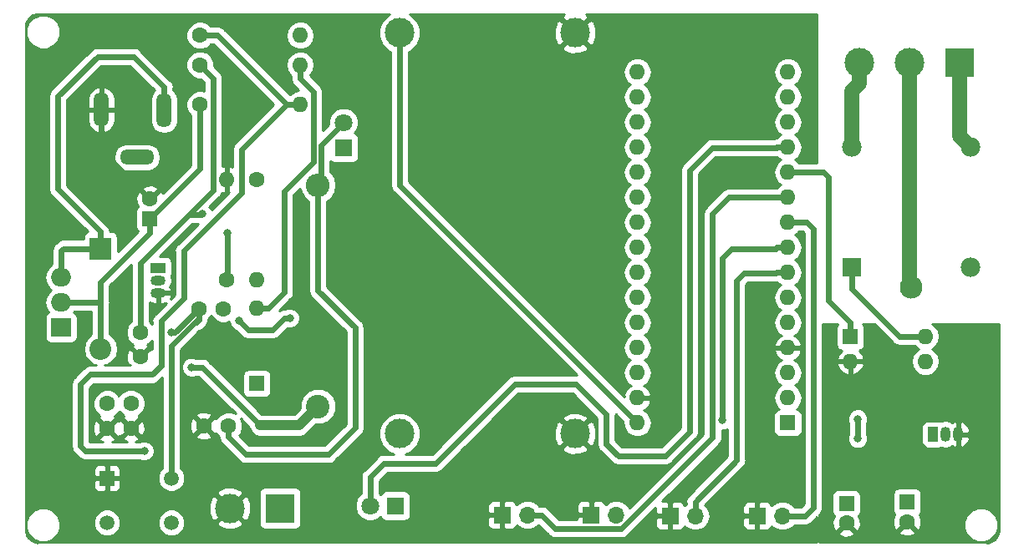
<source format=gbr>
G04 #@! TF.GenerationSoftware,KiCad,Pcbnew,(5.0.1)-3*
G04 #@! TF.CreationDate,2021-06-13T08:30:18+05:45*
G04 #@! TF.ProjectId,Logic-circuit,4C6F6769632D636972637569742E6B69,rev?*
G04 #@! TF.SameCoordinates,Original*
G04 #@! TF.FileFunction,Copper,L2,Bot,Signal*
G04 #@! TF.FilePolarity,Positive*
%FSLAX46Y46*%
G04 Gerber Fmt 4.6, Leading zero omitted, Abs format (unit mm)*
G04 Created by KiCad (PCBNEW (5.0.1)-3) date 6/13/2021 8:30:18 AM*
%MOMM*%
%LPD*%
G01*
G04 APERTURE LIST*
G04 #@! TA.AperFunction,ComponentPad*
%ADD10R,1.600000X1.600000*%
G04 #@! TD*
G04 #@! TA.AperFunction,ComponentPad*
%ADD11O,1.600000X1.600000*%
G04 #@! TD*
G04 #@! TA.AperFunction,ComponentPad*
%ADD12C,1.600000*%
G04 #@! TD*
G04 #@! TA.AperFunction,ComponentPad*
%ADD13R,2.200000X2.200000*%
G04 #@! TD*
G04 #@! TA.AperFunction,ComponentPad*
%ADD14O,2.200000X2.200000*%
G04 #@! TD*
G04 #@! TA.AperFunction,ComponentPad*
%ADD15R,1.800000X1.800000*%
G04 #@! TD*
G04 #@! TA.AperFunction,ComponentPad*
%ADD16C,1.800000*%
G04 #@! TD*
G04 #@! TA.AperFunction,ComponentPad*
%ADD17R,3.000000X3.000000*%
G04 #@! TD*
G04 #@! TA.AperFunction,ComponentPad*
%ADD18C,3.000000*%
G04 #@! TD*
G04 #@! TA.AperFunction,ComponentPad*
%ADD19R,1.700000X1.700000*%
G04 #@! TD*
G04 #@! TA.AperFunction,ComponentPad*
%ADD20O,1.700000X1.700000*%
G04 #@! TD*
G04 #@! TA.AperFunction,ComponentPad*
%ADD21R,1.980000X1.980000*%
G04 #@! TD*
G04 #@! TA.AperFunction,ComponentPad*
%ADD22C,2.300000*%
G04 #@! TD*
G04 #@! TA.AperFunction,ComponentPad*
%ADD23C,1.980000*%
G04 #@! TD*
G04 #@! TA.AperFunction,ComponentPad*
%ADD24O,1.500000X1.050000*%
G04 #@! TD*
G04 #@! TA.AperFunction,ComponentPad*
%ADD25R,1.500000X1.050000*%
G04 #@! TD*
G04 #@! TA.AperFunction,ComponentPad*
%ADD26R,1.050000X1.500000*%
G04 #@! TD*
G04 #@! TA.AperFunction,ComponentPad*
%ADD27O,1.050000X1.500000*%
G04 #@! TD*
G04 #@! TA.AperFunction,ComponentPad*
%ADD28C,2.400000*%
G04 #@! TD*
G04 #@! TA.AperFunction,ComponentPad*
%ADD29O,2.400000X2.400000*%
G04 #@! TD*
G04 #@! TA.AperFunction,ComponentPad*
%ADD30O,1.524000X3.500000*%
G04 #@! TD*
G04 #@! TA.AperFunction,ComponentPad*
%ADD31O,3.500000X1.524000*%
G04 #@! TD*
G04 #@! TA.AperFunction,ComponentPad*
%ADD32R,2.000000X1.905000*%
G04 #@! TD*
G04 #@! TA.AperFunction,ComponentPad*
%ADD33O,2.000000X1.905000*%
G04 #@! TD*
G04 #@! TA.AperFunction,ComponentPad*
%ADD34C,1.498000*%
G04 #@! TD*
G04 #@! TA.AperFunction,ComponentPad*
%ADD35R,1.498000X1.498000*%
G04 #@! TD*
G04 #@! TA.AperFunction,ViaPad*
%ADD36C,0.800000*%
G04 #@! TD*
G04 #@! TA.AperFunction,Conductor*
%ADD37C,0.600000*%
G04 #@! TD*
G04 #@! TA.AperFunction,Conductor*
%ADD38C,1.000000*%
G04 #@! TD*
G04 #@! TA.AperFunction,Conductor*
%ADD39C,1.500000*%
G04 #@! TD*
G04 #@! TA.AperFunction,Conductor*
%ADD40C,0.254000*%
G04 #@! TD*
G04 APERTURE END LIST*
D10*
G04 #@! TO.P,A1,1*
G04 #@! TO.N,N/C*
X165920000Y-102150000D03*
D11*
G04 #@! TO.P,A1,17*
X150680000Y-69130000D03*
G04 #@! TO.P,A1,2*
X165920000Y-99610000D03*
G04 #@! TO.P,A1,18*
X150680000Y-71670000D03*
G04 #@! TO.P,A1,3*
X165920000Y-97070000D03*
G04 #@! TO.P,A1,19*
X150680000Y-74210000D03*
G04 #@! TO.P,A1,4*
G04 #@! TO.N,GND*
X165920000Y-94530000D03*
G04 #@! TO.P,A1,20*
G04 #@! TO.N,N/C*
X150680000Y-76750000D03*
G04 #@! TO.P,A1,5*
X165920000Y-91990000D03*
G04 #@! TO.P,A1,21*
X150680000Y-79290000D03*
G04 #@! TO.P,A1,6*
X165920000Y-89450000D03*
G04 #@! TO.P,A1,22*
X150680000Y-81830000D03*
G04 #@! TO.P,A1,7*
G04 #@! TO.N,GEN1*
X165920000Y-86910000D03*
G04 #@! TO.P,A1,23*
G04 #@! TO.N,N/C*
X150680000Y-84370000D03*
G04 #@! TO.P,A1,8*
G04 #@! TO.N,GEN2*
X165920000Y-84370000D03*
G04 #@! TO.P,A1,24*
G04 #@! TO.N,N/C*
X150680000Y-86910000D03*
G04 #@! TO.P,A1,9*
G04 #@! TO.N,NEA*
X165920000Y-81830000D03*
G04 #@! TO.P,A1,25*
G04 #@! TO.N,N/C*
X150680000Y-89450000D03*
G04 #@! TO.P,A1,10*
G04 #@! TO.N,BUSBAR*
X165920000Y-79290000D03*
G04 #@! TO.P,A1,26*
G04 #@! TO.N,N/C*
X150680000Y-91990000D03*
G04 #@! TO.P,A1,11*
G04 #@! TO.N,LOGIC-OUTPUT*
X165920000Y-76750000D03*
G04 #@! TO.P,A1,27*
G04 #@! TO.N,N/C*
X150680000Y-94530000D03*
G04 #@! TO.P,A1,12*
G04 #@! TO.N,Net-(A1-Pad12)*
X165920000Y-74210000D03*
G04 #@! TO.P,A1,28*
G04 #@! TO.N,N/C*
X150680000Y-97070000D03*
G04 #@! TO.P,A1,13*
X165920000Y-71670000D03*
G04 #@! TO.P,A1,29*
G04 #@! TO.N,GND*
X150680000Y-99610000D03*
G04 #@! TO.P,A1,14*
G04 #@! TO.N,N/C*
X165920000Y-69130000D03*
G04 #@! TO.P,A1,30*
G04 #@! TO.N,7V*
X150680000Y-102150000D03*
G04 #@! TO.P,A1,15*
G04 #@! TO.N,N/C*
X165920000Y-66590000D03*
G04 #@! TO.P,A1,16*
X150680000Y-66590000D03*
G04 #@! TD*
D10*
G04 #@! TO.P,C1,1*
G04 #@! TO.N,Net-(C1-Pad1)*
X101320000Y-81470000D03*
D12*
G04 #@! TO.P,C1,2*
G04 #@! TO.N,GND*
X101320000Y-79470000D03*
G04 #@! TD*
G04 #@! TO.P,C2,1*
G04 #@! TO.N,Net-(C2-Pad1)*
X100320000Y-92970000D03*
G04 #@! TO.P,C2,2*
G04 #@! TO.N,GND*
X100320000Y-95470000D03*
G04 #@! TD*
G04 #@! TO.P,C3,1*
G04 #@! TO.N,Net-(C3-Pad1)*
X99390000Y-100170000D03*
G04 #@! TO.P,C3,2*
G04 #@! TO.N,GND*
X99390000Y-102670000D03*
G04 #@! TD*
G04 #@! TO.P,C4,2*
G04 #@! TO.N,GND*
X96980000Y-102710000D03*
G04 #@! TO.P,C4,1*
G04 #@! TO.N,BAT*
X96980000Y-100210000D03*
G04 #@! TD*
G04 #@! TO.P,C5,2*
G04 #@! TO.N,GND*
X106750000Y-102460000D03*
G04 #@! TO.P,C5,1*
G04 #@! TO.N,Net-(C1-Pad1)*
X109250000Y-102460000D03*
G04 #@! TD*
G04 #@! TO.P,C6,1*
G04 #@! TO.N,Net-(C6-Pad1)*
X106240000Y-90570000D03*
G04 #@! TO.P,C6,2*
G04 #@! TO.N,Net-(C6-Pad2)*
X108740000Y-90570000D03*
G04 #@! TD*
D10*
G04 #@! TO.P,C7,1*
G04 #@! TO.N,7V*
X178000000Y-110190000D03*
D12*
G04 #@! TO.P,C7,2*
G04 #@! TO.N,GND*
X178000000Y-112190000D03*
G04 #@! TD*
G04 #@! TO.P,C8,2*
G04 #@! TO.N,GND*
X171850000Y-112320000D03*
D10*
G04 #@! TO.P,C8,1*
G04 #@! TO.N,5V*
X171850000Y-110320000D03*
G04 #@! TD*
D13*
G04 #@! TO.P,D1,1*
G04 #@! TO.N,Net-(D1-Pad1)*
X96320000Y-84470000D03*
D14*
G04 #@! TO.P,D1,2*
G04 #@! TO.N,Net-(C1-Pad1)*
X96320000Y-94630000D03*
G04 #@! TD*
D15*
G04 #@! TO.P,D2,1*
G04 #@! TO.N,Net-(D2-Pad1)*
X120920000Y-74240000D03*
D16*
G04 #@! TO.P,D2,2*
G04 #@! TO.N,Net-(C1-Pad1)*
X120920000Y-71700000D03*
G04 #@! TD*
D10*
G04 #@! TO.P,D3,1*
G04 #@! TO.N,Net-(D3-Pad1)*
X112140000Y-98170000D03*
D11*
G04 #@! TO.P,D3,2*
G04 #@! TO.N,Net-(D3-Pad2)*
X112140000Y-90550000D03*
G04 #@! TD*
D17*
G04 #@! TO.P,J1,1*
G04 #@! TO.N,BAT*
X114480000Y-110800000D03*
D18*
G04 #@! TO.P,J1,2*
G04 #@! TO.N,GND*
X109400000Y-110800000D03*
G04 #@! TD*
D19*
G04 #@! TO.P,J3,1*
G04 #@! TO.N,GND*
X154000000Y-111590000D03*
D20*
G04 #@! TO.P,J3,2*
G04 #@! TO.N,GEN1*
X156540000Y-111590000D03*
G04 #@! TD*
G04 #@! TO.P,J4,2*
G04 #@! TO.N,GEN2*
X148540000Y-111500000D03*
D19*
G04 #@! TO.P,J4,1*
G04 #@! TO.N,GND*
X146000000Y-111500000D03*
G04 #@! TD*
G04 #@! TO.P,J6,1*
G04 #@! TO.N,GND*
X162830000Y-111590000D03*
D20*
G04 #@! TO.P,J6,2*
G04 #@! TO.N,NEA*
X165370000Y-111590000D03*
G04 #@! TD*
G04 #@! TO.P,J7,2*
G04 #@! TO.N,BUSBAR*
X139540000Y-111500000D03*
D19*
G04 #@! TO.P,J7,1*
G04 #@! TO.N,GND*
X137000000Y-111500000D03*
G04 #@! TD*
D21*
G04 #@! TO.P,K1,A1*
G04 #@! TO.N,5V*
X172410000Y-86370000D03*
D22*
G04 #@! TO.P,K1,COM*
G04 #@! TO.N,Net-(J5-Pad2)*
X178410000Y-88370000D03*
D23*
G04 #@! TO.P,K1,A2*
G04 #@! TO.N,Net-(D4-Pad2)*
X184410000Y-86370000D03*
G04 #@! TO.P,K1,NO*
G04 #@! TO.N,Net-(J5-Pad1)*
X184410000Y-74170000D03*
G04 #@! TO.P,K1,NC*
G04 #@! TO.N,Net-(J5-Pad3)*
X172410000Y-74170000D03*
G04 #@! TD*
D24*
G04 #@! TO.P,Q1,2*
G04 #@! TO.N,Net-(D3-Pad2)*
X102160000Y-87700000D03*
G04 #@! TO.P,Q1,3*
G04 #@! TO.N,GND*
X102160000Y-88970000D03*
D25*
G04 #@! TO.P,Q1,1*
G04 #@! TO.N,Net-(Q1-Pad1)*
X102160000Y-86430000D03*
G04 #@! TD*
D26*
G04 #@! TO.P,Q2,1*
G04 #@! TO.N,Net-(D4-Pad2)*
X180630000Y-103310000D03*
D27*
G04 #@! TO.P,Q2,3*
G04 #@! TO.N,GND*
X183170000Y-103310000D03*
G04 #@! TO.P,Q2,2*
G04 #@! TO.N,Net-(Q2-Pad2)*
X181900000Y-103310000D03*
G04 #@! TD*
D28*
G04 #@! TO.P,R1,1*
G04 #@! TO.N,BAT*
X118320000Y-100470000D03*
D29*
G04 #@! TO.P,R1,2*
G04 #@! TO.N,Net-(C1-Pad1)*
X118320000Y-78070000D03*
G04 #@! TD*
D12*
G04 #@! TO.P,R2,1*
G04 #@! TO.N,Net-(C1-Pad1)*
X106370000Y-69870000D03*
D11*
G04 #@! TO.P,R2,2*
G04 #@! TO.N,Net-(C3-Pad1)*
X116530000Y-69870000D03*
G04 #@! TD*
D12*
G04 #@! TO.P,R3,1*
G04 #@! TO.N,Net-(C3-Pad1)*
X106370000Y-62870000D03*
D11*
G04 #@! TO.P,R3,2*
G04 #@! TO.N,Net-(C2-Pad1)*
X116530000Y-62870000D03*
G04 #@! TD*
D12*
G04 #@! TO.P,R4,1*
G04 #@! TO.N,Net-(D2-Pad1)*
X112130000Y-77510000D03*
D11*
G04 #@! TO.P,R4,2*
G04 #@! TO.N,Net-(Q1-Pad1)*
X112130000Y-87670000D03*
G04 #@! TD*
G04 #@! TO.P,R5,2*
G04 #@! TO.N,Net-(D3-Pad2)*
X116530000Y-65870000D03*
D12*
G04 #@! TO.P,R5,1*
G04 #@! TO.N,Net-(C2-Pad1)*
X106370000Y-65870000D03*
G04 #@! TD*
D11*
G04 #@! TO.P,R6,2*
G04 #@! TO.N,GND*
X109110000Y-77480000D03*
D12*
G04 #@! TO.P,R6,1*
G04 #@! TO.N,Net-(C2-Pad1)*
X109110000Y-87640000D03*
G04 #@! TD*
D10*
G04 #@! TO.P,U5,1*
G04 #@! TO.N,LOGIC-OUTPUT*
X172240000Y-93380000D03*
D11*
G04 #@! TO.P,U5,3*
G04 #@! TO.N,Net-(R9-Pad2)*
X179860000Y-95920000D03*
G04 #@! TO.P,U5,2*
G04 #@! TO.N,GND*
X172240000Y-95920000D03*
G04 #@! TO.P,U5,4*
G04 #@! TO.N,5V*
X179860000Y-93380000D03*
G04 #@! TD*
D30*
G04 #@! TO.P,J2,1*
G04 #@! TO.N,Net-(D1-Pad1)*
X102740000Y-70450000D03*
G04 #@! TO.P,J2,2*
G04 #@! TO.N,GND*
X96380000Y-70380000D03*
D31*
G04 #@! TO.P,J2,3*
G04 #@! TO.N,N/C*
X100010000Y-75210000D03*
G04 #@! TD*
D18*
G04 #@! TO.P,U2,4*
G04 #@! TO.N,GND*
X144370000Y-103250000D03*
G04 #@! TO.P,U2,3*
G04 #@! TO.N,BAT*
X126590000Y-103250000D03*
G04 #@! TO.P,U2,2*
G04 #@! TO.N,GND*
X144370000Y-62610000D03*
G04 #@! TO.P,U2,1*
G04 #@! TO.N,7V*
X126590000Y-62610000D03*
G04 #@! TD*
D32*
G04 #@! TO.P,U1,1*
G04 #@! TO.N,Net-(C2-Pad1)*
X92320000Y-92470000D03*
D33*
G04 #@! TO.P,U1,2*
G04 #@! TO.N,Net-(C1-Pad1)*
X92320000Y-89930000D03*
G04 #@! TO.P,U1,3*
G04 #@! TO.N,Net-(D1-Pad1)*
X92320000Y-87390000D03*
G04 #@! TD*
D15*
G04 #@! TO.P,D5,1*
G04 #@! TO.N,Net-(D5-Pad1)*
X126160000Y-110560000D03*
D16*
G04 #@! TO.P,D5,2*
G04 #@! TO.N,Net-(A1-Pad12)*
X123620000Y-110560000D03*
G04 #@! TD*
D17*
G04 #@! TO.P,J5,1*
G04 #@! TO.N,Net-(J5-Pad1)*
X183300000Y-65620000D03*
D18*
G04 #@! TO.P,J5,2*
G04 #@! TO.N,Net-(J5-Pad2)*
X178220000Y-65620000D03*
G04 #@! TO.P,J5,3*
G04 #@! TO.N,Net-(J5-Pad3)*
X173140000Y-65620000D03*
G04 #@! TD*
D34*
G04 #@! TO.P,SW1,3*
G04 #@! TO.N,N/C*
X96970000Y-112260000D03*
D35*
G04 #@! TO.P,SW1,1*
G04 #@! TO.N,GND*
X96970000Y-107760000D03*
D34*
G04 #@! TO.P,SW1,4*
G04 #@! TO.N,N/C*
X103470000Y-112260000D03*
G04 #@! TO.P,SW1,2*
G04 #@! TO.N,Net-(C6-Pad1)*
X103470000Y-107760000D03*
G04 #@! TD*
D36*
G04 #@! TO.N,GEN2*
X159307500Y-101854400D03*
G04 #@! TO.N,Net-(C2-Pad1)*
X106600000Y-80970000D03*
X109180000Y-82880000D03*
G04 #@! TO.N,Net-(C3-Pad1)*
X100750000Y-105000000D03*
G04 #@! TO.N,Net-(C6-Pad2)*
X110350000Y-91790000D03*
X115470000Y-91530000D03*
G04 #@! TO.N,Net-(C6-Pad1)*
X103470000Y-92970000D03*
G04 #@! TO.N,BAT*
X105530300Y-96515000D03*
G04 #@! TO.N,5V*
X173000000Y-101750000D03*
X173000000Y-103750000D03*
G04 #@! TD*
D37*
G04 #@! TO.N,GND*
X96380000Y-70380000D02*
X96380000Y-74530000D01*
X96380000Y-74530000D02*
X101320000Y-79470000D01*
G04 #@! TO.N,LOGIC-OUTPUT*
X172240000Y-91980000D02*
X172240000Y-93380000D01*
X170000000Y-89740000D02*
X172240000Y-91980000D01*
X170000000Y-77250000D02*
X170000000Y-89740000D01*
X165920000Y-76750000D02*
X169500000Y-76750000D01*
X169500000Y-76750000D02*
X170000000Y-77250000D01*
G04 #@! TO.N,GEN1*
X156540000Y-111590000D02*
X156540000Y-110140000D01*
X164788630Y-86910000D02*
X164698630Y-87000000D01*
X165920000Y-86910000D02*
X164788630Y-86910000D01*
X164698630Y-87000000D02*
X161500000Y-87000000D01*
X160750000Y-87750000D02*
X160750000Y-105930000D01*
X161500000Y-87000000D02*
X160750000Y-87750000D01*
X160750000Y-105930000D02*
X156540000Y-110140000D01*
G04 #@! TO.N,GEN2*
X159307500Y-101854400D02*
X159307500Y-90982500D01*
X164788630Y-84370000D02*
X164658630Y-84500000D01*
X165920000Y-84370000D02*
X164788630Y-84370000D01*
X164658630Y-84500000D02*
X160250000Y-84500000D01*
X159307500Y-85442500D02*
X159307500Y-90982500D01*
X160250000Y-84500000D02*
X159307500Y-85442500D01*
G04 #@! TO.N,NEA*
X165920000Y-81830000D02*
X167830000Y-81830000D01*
X167830000Y-81830000D02*
X168500000Y-82500000D01*
X168500000Y-82500000D02*
X168500000Y-110750000D01*
X167660000Y-111590000D02*
X165370000Y-111590000D01*
X168500000Y-110750000D02*
X167660000Y-111590000D01*
G04 #@! TO.N,BUSBAR*
X140990000Y-111500000D02*
X139540000Y-111500000D01*
X159960000Y-79290000D02*
X158300000Y-80950000D01*
X165920000Y-79290000D02*
X159960000Y-79290000D01*
X158300000Y-80950000D02*
X158300000Y-103657400D01*
X158300000Y-103657400D02*
X149069700Y-112887700D01*
X149069700Y-112887700D02*
X142377700Y-112887700D01*
X142377700Y-112887700D02*
X140990000Y-111500000D01*
G04 #@! TO.N,Net-(C1-Pad1)*
X101320000Y-81470000D02*
X101320000Y-82870000D01*
X101320000Y-82870000D02*
X96320000Y-87870000D01*
X96320000Y-87870000D02*
X96320000Y-89930000D01*
X106370000Y-69870000D02*
X106370000Y-76420000D01*
X106370000Y-76420000D02*
X101320000Y-81470000D01*
X96320000Y-93780000D02*
X96320000Y-89930000D01*
X93920000Y-89930000D02*
X96320000Y-89930000D01*
X96320000Y-94630000D02*
X96320000Y-93780000D01*
X118320000Y-78070000D02*
X118638200Y-77751800D01*
X118638200Y-77751800D02*
X118638200Y-73981800D01*
X118638200Y-73981800D02*
X120920000Y-71700000D01*
X92320000Y-89930000D02*
X93920000Y-89930000D01*
X118320000Y-86227300D02*
X118320000Y-78070000D01*
X109250000Y-103591370D02*
X111008630Y-105350000D01*
X109250000Y-102460000D02*
X109250000Y-103591370D01*
X111008630Y-105350000D02*
X119370000Y-105350000D01*
X119370000Y-105350000D02*
X122070000Y-102650000D01*
X122070000Y-92490000D02*
X118320000Y-88740000D01*
X122070000Y-102650000D02*
X122070000Y-92490000D01*
X118320000Y-88740000D02*
X118320000Y-86227300D01*
G04 #@! TO.N,Net-(C2-Pad1)*
X106370000Y-65870000D02*
X107698200Y-67198200D01*
X107698200Y-67198200D02*
X107698200Y-78551800D01*
X100320000Y-85930000D02*
X100320000Y-92970000D01*
X106570000Y-81000000D02*
X106600000Y-80970000D01*
X105250000Y-81000000D02*
X106570000Y-81000000D01*
X105250000Y-81000000D02*
X100320000Y-85930000D01*
X107698200Y-78551800D02*
X105250000Y-81000000D01*
X109180000Y-87570000D02*
X109110000Y-87640000D01*
X109180000Y-82880000D02*
X109180000Y-87570000D01*
G04 #@! TO.N,Net-(C3-Pad1)*
X106370000Y-62870000D02*
X108130000Y-62870000D01*
X108130000Y-62870000D02*
X115130000Y-69870000D01*
X116530000Y-69870000D02*
X115130000Y-69870000D01*
X94750000Y-105000000D02*
X100750000Y-105000000D01*
X94250000Y-98250000D02*
X94250000Y-104500000D01*
X95250000Y-97250000D02*
X94250000Y-98250000D01*
X102428100Y-96321900D02*
X101500000Y-97250000D01*
X101500000Y-97250000D02*
X95250000Y-97250000D01*
X115130000Y-69870000D02*
X110605100Y-74394900D01*
X110605100Y-74394900D02*
X110605100Y-78810400D01*
X104729700Y-84685800D02*
X104729700Y-89524500D01*
X94250000Y-104500000D02*
X94750000Y-105000000D01*
X104729700Y-89524500D02*
X102428100Y-91826100D01*
X110605100Y-78810400D02*
X104729700Y-84685800D01*
X102428100Y-91826100D02*
X102428100Y-96321900D01*
G04 #@! TO.N,Net-(C6-Pad2)*
X113744315Y-92690000D02*
X113090000Y-92690000D01*
X114904315Y-91530000D02*
X113744315Y-92690000D01*
X115470000Y-91530000D02*
X114904315Y-91530000D01*
X111250000Y-92690000D02*
X111610000Y-92690000D01*
X110350000Y-91790000D02*
X111250000Y-92690000D01*
X111360000Y-92690000D02*
X111610000Y-92690000D01*
X111610000Y-92690000D02*
X113090000Y-92690000D01*
G04 #@! TO.N,Net-(C6-Pad1)*
X103470000Y-107760000D02*
X103470000Y-94335100D01*
X105996270Y-91945100D02*
X105860000Y-91945100D01*
X106240000Y-91701370D02*
X105996270Y-91945100D01*
X106240000Y-90570000D02*
X106240000Y-91701370D01*
X103470000Y-94335100D02*
X105860000Y-91945100D01*
X105860000Y-91945100D02*
X106030000Y-91775100D01*
X103840000Y-92970000D02*
X106240000Y-90570000D01*
X103470000Y-92970000D02*
X103840000Y-92970000D01*
G04 #@! TO.N,Net-(D1-Pad1)*
X102740000Y-70450000D02*
X102740000Y-68100000D01*
X102740000Y-68100000D02*
X99640000Y-65000000D01*
X99640000Y-65000000D02*
X96000000Y-65000000D01*
X96000000Y-65000000D02*
X92000000Y-69000000D01*
X96320000Y-82770000D02*
X96320000Y-84470000D01*
X92000000Y-78450000D02*
X96320000Y-82770000D01*
X92000000Y-69000000D02*
X92000000Y-78450000D01*
X96320000Y-84470000D02*
X92530000Y-84470000D01*
X92320000Y-84680000D02*
X92320000Y-87390000D01*
X92530000Y-84470000D02*
X92320000Y-84680000D01*
G04 #@! TO.N,Net-(D3-Pad2)*
X116530000Y-67270000D02*
X116530000Y-65870000D01*
X113271370Y-90550000D02*
X114920000Y-88901370D01*
X114920000Y-88901370D02*
X114920000Y-78651800D01*
X114920000Y-78651800D02*
X117837800Y-75734000D01*
X112140000Y-90550000D02*
X113271370Y-90550000D01*
X117837800Y-75734000D02*
X117837800Y-68577800D01*
X117837800Y-68577800D02*
X116530000Y-67270000D01*
D38*
G04 #@! TO.N,BAT*
X116400000Y-102390000D02*
X118320000Y-100470000D01*
X112480000Y-102390000D02*
X116400000Y-102390000D01*
D37*
X106605000Y-96515000D02*
X112480000Y-102390000D01*
X105530300Y-96515000D02*
X106605000Y-96515000D01*
G04 #@! TO.N,7V*
X126590000Y-62610000D02*
X126590000Y-78060000D01*
X126590000Y-78060000D02*
X150680000Y-102150000D01*
G04 #@! TO.N,5V*
X173000000Y-101750000D02*
X173000000Y-103750000D01*
X172410000Y-88540000D02*
X177250000Y-93380000D01*
X172410000Y-86370000D02*
X172410000Y-88540000D01*
X177250000Y-93380000D02*
X179860000Y-93380000D01*
D39*
G04 #@! TO.N,Net-(J5-Pad1)*
X183300000Y-73060000D02*
X184410000Y-74170000D01*
X183300000Y-65620000D02*
X183300000Y-73060000D01*
D37*
G04 #@! TO.N,Net-(A1-Pad12)*
X164748630Y-74250000D02*
X164788630Y-74210000D01*
X158250000Y-74250000D02*
X164748630Y-74250000D01*
X155982000Y-103018000D02*
X155982000Y-76518000D01*
X153500000Y-105500000D02*
X155982000Y-103018000D01*
X148750000Y-105500000D02*
X153500000Y-105500000D01*
X164788630Y-74210000D02*
X165920000Y-74210000D01*
X147533100Y-104283100D02*
X148750000Y-105500000D01*
X123620000Y-110560000D02*
X123620000Y-107630000D01*
X123620000Y-107630000D02*
X125000000Y-106250000D01*
X155982000Y-76518000D02*
X158250000Y-74250000D01*
X147533100Y-101283100D02*
X147533100Y-104283100D01*
X130250000Y-106250000D02*
X138250000Y-98250000D01*
X125000000Y-106250000D02*
X130250000Y-106250000D01*
X138250000Y-98250000D02*
X144500000Y-98250000D01*
X144500000Y-98250000D02*
X147533100Y-101283100D01*
G04 #@! TO.N,Net-(J5-Pad2)*
X178220000Y-88180000D02*
X178410000Y-88370000D01*
D39*
X178220000Y-65620000D02*
X178220000Y-88180000D01*
G04 #@! TO.N,Net-(J5-Pad3)*
X173140000Y-67741320D02*
X173150000Y-67751320D01*
X173150000Y-67751320D02*
X172410000Y-68491320D01*
X172410000Y-68491320D02*
X172410000Y-74170000D01*
X173140000Y-65620000D02*
X173140000Y-67741320D01*
G04 #@! TD*
D40*
G04 #@! TO.N,GND*
G36*
X89927612Y-60735000D02*
X125537626Y-60735000D01*
X125380620Y-60800034D01*
X124780034Y-61400620D01*
X124455000Y-62185322D01*
X124455000Y-63034678D01*
X124780034Y-63819380D01*
X125380620Y-64419966D01*
X125655000Y-64533618D01*
X125655001Y-77967909D01*
X125636683Y-78060000D01*
X125709250Y-78424818D01*
X125836929Y-78615903D01*
X125915904Y-78734097D01*
X125993970Y-78786259D01*
X144505484Y-97297774D01*
X144500000Y-97296683D01*
X144407914Y-97315000D01*
X138342080Y-97315000D01*
X138249999Y-97296684D01*
X138157918Y-97315000D01*
X138157914Y-97315000D01*
X137885181Y-97369250D01*
X137575903Y-97575903D01*
X137523741Y-97653969D01*
X129862711Y-105315000D01*
X127183673Y-105315000D01*
X127799380Y-105059966D01*
X128399966Y-104459380D01*
X128725000Y-103674678D01*
X128725000Y-102825322D01*
X128399966Y-102040620D01*
X127799380Y-101440034D01*
X127014678Y-101115000D01*
X126165322Y-101115000D01*
X125380620Y-101440034D01*
X124780034Y-102040620D01*
X124455000Y-102825322D01*
X124455000Y-103674678D01*
X124780034Y-104459380D01*
X125380620Y-105059966D01*
X125996327Y-105315000D01*
X125092086Y-105315000D01*
X125000000Y-105296683D01*
X124907914Y-105315000D01*
X124635181Y-105369250D01*
X124325903Y-105575903D01*
X124273741Y-105653969D01*
X123023970Y-106903741D01*
X122945904Y-106955903D01*
X122893742Y-107033969D01*
X122893741Y-107033970D01*
X122739250Y-107265182D01*
X122666683Y-107630000D01*
X122685001Y-107722090D01*
X122685000Y-109324183D01*
X122318690Y-109690493D01*
X122085000Y-110254670D01*
X122085000Y-110865330D01*
X122318690Y-111429507D01*
X122750493Y-111861310D01*
X123314670Y-112095000D01*
X123925330Y-112095000D01*
X124489507Y-111861310D01*
X124658725Y-111692092D01*
X124661843Y-111707765D01*
X124802191Y-111917809D01*
X125012235Y-112058157D01*
X125260000Y-112107440D01*
X127060000Y-112107440D01*
X127307765Y-112058157D01*
X127517809Y-111917809D01*
X127606048Y-111785750D01*
X135515000Y-111785750D01*
X135515000Y-112476309D01*
X135611673Y-112709698D01*
X135790301Y-112888327D01*
X136023690Y-112985000D01*
X136714250Y-112985000D01*
X136873000Y-112826250D01*
X136873000Y-111627000D01*
X135673750Y-111627000D01*
X135515000Y-111785750D01*
X127606048Y-111785750D01*
X127658157Y-111707765D01*
X127707440Y-111460000D01*
X127707440Y-110523691D01*
X135515000Y-110523691D01*
X135515000Y-111214250D01*
X135673750Y-111373000D01*
X136873000Y-111373000D01*
X136873000Y-110173750D01*
X136714250Y-110015000D01*
X136023690Y-110015000D01*
X135790301Y-110111673D01*
X135611673Y-110290302D01*
X135515000Y-110523691D01*
X127707440Y-110523691D01*
X127707440Y-109660000D01*
X127658157Y-109412235D01*
X127517809Y-109202191D01*
X127307765Y-109061843D01*
X127060000Y-109012560D01*
X125260000Y-109012560D01*
X125012235Y-109061843D01*
X124802191Y-109202191D01*
X124661843Y-109412235D01*
X124658725Y-109427908D01*
X124555000Y-109324183D01*
X124555000Y-108017289D01*
X125387290Y-107185000D01*
X130157914Y-107185000D01*
X130250000Y-107203317D01*
X130342086Y-107185000D01*
X130614819Y-107130750D01*
X130924097Y-106924097D01*
X130976261Y-106846028D01*
X133058319Y-104763970D01*
X143035635Y-104763970D01*
X143195418Y-105082739D01*
X143986187Y-105392723D01*
X144835387Y-105376497D01*
X145544582Y-105082739D01*
X145704365Y-104763970D01*
X144370000Y-103429605D01*
X143035635Y-104763970D01*
X133058319Y-104763970D01*
X134956102Y-102866187D01*
X142227277Y-102866187D01*
X142243503Y-103715387D01*
X142537261Y-104424582D01*
X142856030Y-104584365D01*
X144190395Y-103250000D01*
X144549605Y-103250000D01*
X145883970Y-104584365D01*
X146202739Y-104424582D01*
X146512723Y-103633813D01*
X146496497Y-102784613D01*
X146202739Y-102075418D01*
X145883970Y-101915635D01*
X144549605Y-103250000D01*
X144190395Y-103250000D01*
X142856030Y-101915635D01*
X142537261Y-102075418D01*
X142227277Y-102866187D01*
X134956102Y-102866187D01*
X136086259Y-101736030D01*
X143035635Y-101736030D01*
X144370000Y-103070395D01*
X145704365Y-101736030D01*
X145544582Y-101417261D01*
X144753813Y-101107277D01*
X143904613Y-101123503D01*
X143195418Y-101417261D01*
X143035635Y-101736030D01*
X136086259Y-101736030D01*
X138637290Y-99185000D01*
X144112711Y-99185000D01*
X146598100Y-101670390D01*
X146598101Y-104191010D01*
X146579783Y-104283100D01*
X146652350Y-104647918D01*
X146652351Y-104647919D01*
X146859004Y-104957197D01*
X146937070Y-105009359D01*
X148023741Y-106096031D01*
X148075903Y-106174097D01*
X148385181Y-106380750D01*
X148657914Y-106435000D01*
X148657918Y-106435000D01*
X148749999Y-106453316D01*
X148842080Y-106435000D01*
X153407914Y-106435000D01*
X153500000Y-106453317D01*
X153592086Y-106435000D01*
X153864819Y-106380750D01*
X154174097Y-106174097D01*
X154226261Y-106096028D01*
X156578031Y-103744259D01*
X156656097Y-103692097D01*
X156862750Y-103382819D01*
X156889959Y-103246030D01*
X156935317Y-103018001D01*
X156917000Y-102925915D01*
X156917000Y-76905289D01*
X158637290Y-75185000D01*
X164656544Y-75185000D01*
X164748630Y-75203317D01*
X164840716Y-75185000D01*
X164845040Y-75184140D01*
X164885423Y-75244577D01*
X165237758Y-75480000D01*
X164885423Y-75715423D01*
X164568260Y-76190091D01*
X164456887Y-76750000D01*
X164568260Y-77309909D01*
X164885423Y-77784577D01*
X165237758Y-78020000D01*
X164885423Y-78255423D01*
X164818888Y-78355000D01*
X160052086Y-78355000D01*
X159960000Y-78336683D01*
X159867914Y-78355000D01*
X159595181Y-78409250D01*
X159285903Y-78615903D01*
X159233739Y-78693972D01*
X157703972Y-80223739D01*
X157625903Y-80275903D01*
X157419251Y-80585181D01*
X157419250Y-80585182D01*
X157346683Y-80950000D01*
X157365000Y-81042086D01*
X157365001Y-103270109D01*
X149848993Y-110786118D01*
X149610625Y-110429375D01*
X149119418Y-110101161D01*
X148686256Y-110015000D01*
X148393744Y-110015000D01*
X147960582Y-110101161D01*
X147469375Y-110429375D01*
X147454904Y-110451033D01*
X147388327Y-110290302D01*
X147209699Y-110111673D01*
X146976310Y-110015000D01*
X146285750Y-110015000D01*
X146127000Y-110173750D01*
X146127000Y-111373000D01*
X146147000Y-111373000D01*
X146147000Y-111627000D01*
X146127000Y-111627000D01*
X146127000Y-111647000D01*
X145873000Y-111647000D01*
X145873000Y-111627000D01*
X144673750Y-111627000D01*
X144515000Y-111785750D01*
X144515000Y-111952700D01*
X142764990Y-111952700D01*
X141716261Y-110903972D01*
X141664097Y-110825903D01*
X141354819Y-110619250D01*
X141082086Y-110565000D01*
X140990000Y-110546683D01*
X140897914Y-110565000D01*
X140701247Y-110565000D01*
X140673646Y-110523691D01*
X144515000Y-110523691D01*
X144515000Y-111214250D01*
X144673750Y-111373000D01*
X145873000Y-111373000D01*
X145873000Y-110173750D01*
X145714250Y-110015000D01*
X145023690Y-110015000D01*
X144790301Y-110111673D01*
X144611673Y-110290302D01*
X144515000Y-110523691D01*
X140673646Y-110523691D01*
X140610625Y-110429375D01*
X140119418Y-110101161D01*
X139686256Y-110015000D01*
X139393744Y-110015000D01*
X138960582Y-110101161D01*
X138469375Y-110429375D01*
X138454904Y-110451033D01*
X138388327Y-110290302D01*
X138209699Y-110111673D01*
X137976310Y-110015000D01*
X137285750Y-110015000D01*
X137127000Y-110173750D01*
X137127000Y-111373000D01*
X137147000Y-111373000D01*
X137147000Y-111627000D01*
X137127000Y-111627000D01*
X137127000Y-112826250D01*
X137285750Y-112985000D01*
X137976310Y-112985000D01*
X138209699Y-112888327D01*
X138388327Y-112709698D01*
X138454904Y-112548967D01*
X138469375Y-112570625D01*
X138960582Y-112898839D01*
X139393744Y-112985000D01*
X139686256Y-112985000D01*
X140119418Y-112898839D01*
X140610625Y-112570625D01*
X140661779Y-112494068D01*
X141651441Y-113483731D01*
X141703603Y-113561797D01*
X141853546Y-113661986D01*
X142012881Y-113768450D01*
X142377699Y-113841017D01*
X142469785Y-113822700D01*
X148977614Y-113822700D01*
X149069700Y-113841017D01*
X149161786Y-113822700D01*
X149434519Y-113768450D01*
X149743797Y-113561797D01*
X149795961Y-113483728D01*
X151403939Y-111875750D01*
X152515000Y-111875750D01*
X152515000Y-112566309D01*
X152611673Y-112799698D01*
X152790301Y-112978327D01*
X153023690Y-113075000D01*
X153714250Y-113075000D01*
X153873000Y-112916250D01*
X153873000Y-111717000D01*
X152673750Y-111717000D01*
X152515000Y-111875750D01*
X151403939Y-111875750D01*
X152515000Y-110764689D01*
X152515000Y-111304250D01*
X152673750Y-111463000D01*
X153873000Y-111463000D01*
X153873000Y-110263750D01*
X153714250Y-110105000D01*
X153174689Y-110105000D01*
X158896031Y-104383659D01*
X158974097Y-104331497D01*
X159180750Y-104022219D01*
X159235000Y-103749486D01*
X159235000Y-103749482D01*
X159253316Y-103657401D01*
X159235000Y-103565320D01*
X159235000Y-102889400D01*
X159513374Y-102889400D01*
X159815001Y-102764462D01*
X159815001Y-105542709D01*
X155943970Y-109413741D01*
X155865904Y-109465903D01*
X155813742Y-109543969D01*
X155813741Y-109543970D01*
X155659250Y-109775182D01*
X155586683Y-110140000D01*
X155605001Y-110232090D01*
X155605001Y-110428753D01*
X155469375Y-110519375D01*
X155454904Y-110541033D01*
X155388327Y-110380302D01*
X155209699Y-110201673D01*
X154976310Y-110105000D01*
X154285750Y-110105000D01*
X154127000Y-110263750D01*
X154127000Y-111463000D01*
X154147000Y-111463000D01*
X154147000Y-111717000D01*
X154127000Y-111717000D01*
X154127000Y-112916250D01*
X154285750Y-113075000D01*
X154976310Y-113075000D01*
X155209699Y-112978327D01*
X155388327Y-112799698D01*
X155454904Y-112638967D01*
X155469375Y-112660625D01*
X155960582Y-112988839D01*
X156393744Y-113075000D01*
X156686256Y-113075000D01*
X157119418Y-112988839D01*
X157610625Y-112660625D01*
X157938839Y-112169418D01*
X157997252Y-111875750D01*
X161345000Y-111875750D01*
X161345000Y-112566309D01*
X161441673Y-112799698D01*
X161620301Y-112978327D01*
X161853690Y-113075000D01*
X162544250Y-113075000D01*
X162703000Y-112916250D01*
X162703000Y-111717000D01*
X161503750Y-111717000D01*
X161345000Y-111875750D01*
X157997252Y-111875750D01*
X158054092Y-111590000D01*
X157938839Y-111010582D01*
X157673645Y-110613691D01*
X161345000Y-110613691D01*
X161345000Y-111304250D01*
X161503750Y-111463000D01*
X162703000Y-111463000D01*
X162703000Y-110263750D01*
X162544250Y-110105000D01*
X161853690Y-110105000D01*
X161620301Y-110201673D01*
X161441673Y-110380302D01*
X161345000Y-110613691D01*
X157673645Y-110613691D01*
X157610625Y-110519375D01*
X157534068Y-110468221D01*
X161346031Y-106656259D01*
X161424097Y-106604097D01*
X161630750Y-106294819D01*
X161685000Y-106022086D01*
X161703317Y-105930001D01*
X161685000Y-105837915D01*
X161685000Y-97070000D01*
X164456887Y-97070000D01*
X164568260Y-97629909D01*
X164885423Y-98104577D01*
X165237758Y-98340000D01*
X164885423Y-98575423D01*
X164568260Y-99050091D01*
X164456887Y-99610000D01*
X164568260Y-100169909D01*
X164885423Y-100644577D01*
X165006106Y-100725215D01*
X164872235Y-100751843D01*
X164662191Y-100892191D01*
X164521843Y-101102235D01*
X164472560Y-101350000D01*
X164472560Y-102950000D01*
X164521843Y-103197765D01*
X164662191Y-103407809D01*
X164872235Y-103548157D01*
X165120000Y-103597440D01*
X166720000Y-103597440D01*
X166967765Y-103548157D01*
X167177809Y-103407809D01*
X167318157Y-103197765D01*
X167367440Y-102950000D01*
X167367440Y-101350000D01*
X167318157Y-101102235D01*
X167177809Y-100892191D01*
X166967765Y-100751843D01*
X166833894Y-100725215D01*
X166954577Y-100644577D01*
X167271740Y-100169909D01*
X167383113Y-99610000D01*
X167271740Y-99050091D01*
X166954577Y-98575423D01*
X166602242Y-98340000D01*
X166954577Y-98104577D01*
X167271740Y-97629909D01*
X167383113Y-97070000D01*
X167271740Y-96510091D01*
X166954577Y-96035423D01*
X166570892Y-95779053D01*
X166775134Y-95682389D01*
X167151041Y-95267423D01*
X167311904Y-94879039D01*
X167189915Y-94657000D01*
X166047000Y-94657000D01*
X166047000Y-94677000D01*
X165793000Y-94677000D01*
X165793000Y-94657000D01*
X164650085Y-94657000D01*
X164528096Y-94879039D01*
X164688959Y-95267423D01*
X165064866Y-95682389D01*
X165269108Y-95779053D01*
X164885423Y-96035423D01*
X164568260Y-96510091D01*
X164456887Y-97070000D01*
X161685000Y-97070000D01*
X161685000Y-88137289D01*
X161887290Y-87935000D01*
X164606544Y-87935000D01*
X164698630Y-87953317D01*
X164790716Y-87935000D01*
X164868664Y-87919495D01*
X164885423Y-87944577D01*
X165237758Y-88180000D01*
X164885423Y-88415423D01*
X164568260Y-88890091D01*
X164456887Y-89450000D01*
X164568260Y-90009909D01*
X164885423Y-90484577D01*
X165237758Y-90720000D01*
X164885423Y-90955423D01*
X164568260Y-91430091D01*
X164456887Y-91990000D01*
X164568260Y-92549909D01*
X164885423Y-93024577D01*
X165269108Y-93280947D01*
X165064866Y-93377611D01*
X164688959Y-93792577D01*
X164528096Y-94180961D01*
X164650085Y-94403000D01*
X165793000Y-94403000D01*
X165793000Y-94383000D01*
X166047000Y-94383000D01*
X166047000Y-94403000D01*
X167189915Y-94403000D01*
X167311904Y-94180961D01*
X167151041Y-93792577D01*
X166775134Y-93377611D01*
X166570892Y-93280947D01*
X166954577Y-93024577D01*
X167271740Y-92549909D01*
X167383113Y-91990000D01*
X167271740Y-91430091D01*
X166954577Y-90955423D01*
X166602242Y-90720000D01*
X166954577Y-90484577D01*
X167271740Y-90009909D01*
X167383113Y-89450000D01*
X167271740Y-88890091D01*
X166954577Y-88415423D01*
X166602242Y-88180000D01*
X166954577Y-87944577D01*
X167271740Y-87469909D01*
X167383113Y-86910000D01*
X167271740Y-86350091D01*
X166954577Y-85875423D01*
X166602242Y-85640000D01*
X166954577Y-85404577D01*
X167271740Y-84929909D01*
X167383113Y-84370000D01*
X167271740Y-83810091D01*
X166954577Y-83335423D01*
X166602242Y-83100000D01*
X166954577Y-82864577D01*
X167021112Y-82765000D01*
X167442711Y-82765000D01*
X167565000Y-82887290D01*
X167565001Y-110362709D01*
X167272711Y-110655000D01*
X166531247Y-110655000D01*
X166440625Y-110519375D01*
X165949418Y-110191161D01*
X165516256Y-110105000D01*
X165223744Y-110105000D01*
X164790582Y-110191161D01*
X164299375Y-110519375D01*
X164284904Y-110541033D01*
X164218327Y-110380302D01*
X164039699Y-110201673D01*
X163806310Y-110105000D01*
X163115750Y-110105000D01*
X162957000Y-110263750D01*
X162957000Y-111463000D01*
X162977000Y-111463000D01*
X162977000Y-111717000D01*
X162957000Y-111717000D01*
X162957000Y-112916250D01*
X163115750Y-113075000D01*
X163806310Y-113075000D01*
X164039699Y-112978327D01*
X164218327Y-112799698D01*
X164284904Y-112638967D01*
X164299375Y-112660625D01*
X164790582Y-112988839D01*
X165223744Y-113075000D01*
X165516256Y-113075000D01*
X165949418Y-112988839D01*
X166440625Y-112660625D01*
X166531247Y-112525000D01*
X167567914Y-112525000D01*
X167660000Y-112543317D01*
X167752086Y-112525000D01*
X168024819Y-112470750D01*
X168334097Y-112264097D01*
X168386261Y-112186028D01*
X168873000Y-111699289D01*
X168873000Y-114265000D01*
X89927612Y-114265000D01*
X89906013Y-114269296D01*
X89639973Y-114231197D01*
X89308888Y-114080661D01*
X89033361Y-113843251D01*
X88835544Y-113538056D01*
X88724300Y-113166083D01*
X88722141Y-113137033D01*
X88735000Y-113072388D01*
X88735000Y-112154887D01*
X88765000Y-112154887D01*
X88765000Y-112845113D01*
X89029138Y-113482799D01*
X89517201Y-113970862D01*
X90154887Y-114235000D01*
X90845113Y-114235000D01*
X91482799Y-113970862D01*
X91970862Y-113482799D01*
X92235000Y-112845113D01*
X92235000Y-112154887D01*
X92164509Y-111984705D01*
X95586000Y-111984705D01*
X95586000Y-112535295D01*
X95796702Y-113043973D01*
X96186027Y-113433298D01*
X96694705Y-113644000D01*
X97245295Y-113644000D01*
X97753973Y-113433298D01*
X98143298Y-113043973D01*
X98354000Y-112535295D01*
X98354000Y-111984705D01*
X102086000Y-111984705D01*
X102086000Y-112535295D01*
X102296702Y-113043973D01*
X102686027Y-113433298D01*
X103194705Y-113644000D01*
X103745295Y-113644000D01*
X104253973Y-113433298D01*
X104643298Y-113043973D01*
X104854000Y-112535295D01*
X104854000Y-112313970D01*
X108065635Y-112313970D01*
X108225418Y-112632739D01*
X109016187Y-112942723D01*
X109865387Y-112926497D01*
X110574582Y-112632739D01*
X110734365Y-112313970D01*
X109400000Y-110979605D01*
X108065635Y-112313970D01*
X104854000Y-112313970D01*
X104854000Y-111984705D01*
X104643298Y-111476027D01*
X104253973Y-111086702D01*
X103745295Y-110876000D01*
X103194705Y-110876000D01*
X102686027Y-111086702D01*
X102296702Y-111476027D01*
X102086000Y-111984705D01*
X98354000Y-111984705D01*
X98143298Y-111476027D01*
X97753973Y-111086702D01*
X97245295Y-110876000D01*
X96694705Y-110876000D01*
X96186027Y-111086702D01*
X95796702Y-111476027D01*
X95586000Y-111984705D01*
X92164509Y-111984705D01*
X91970862Y-111517201D01*
X91482799Y-111029138D01*
X90845113Y-110765000D01*
X90154887Y-110765000D01*
X89517201Y-111029138D01*
X89029138Y-111517201D01*
X88765000Y-112154887D01*
X88735000Y-112154887D01*
X88735000Y-110416187D01*
X107257277Y-110416187D01*
X107273503Y-111265387D01*
X107567261Y-111974582D01*
X107886030Y-112134365D01*
X109220395Y-110800000D01*
X109579605Y-110800000D01*
X110913970Y-112134365D01*
X111232739Y-111974582D01*
X111542723Y-111183813D01*
X111526497Y-110334613D01*
X111232739Y-109625418D01*
X110913970Y-109465635D01*
X109579605Y-110800000D01*
X109220395Y-110800000D01*
X107886030Y-109465635D01*
X107567261Y-109625418D01*
X107257277Y-110416187D01*
X88735000Y-110416187D01*
X88735000Y-109286030D01*
X108065635Y-109286030D01*
X109400000Y-110620395D01*
X110720395Y-109300000D01*
X112332560Y-109300000D01*
X112332560Y-112300000D01*
X112381843Y-112547765D01*
X112522191Y-112757809D01*
X112732235Y-112898157D01*
X112980000Y-112947440D01*
X115980000Y-112947440D01*
X116227765Y-112898157D01*
X116437809Y-112757809D01*
X116578157Y-112547765D01*
X116627440Y-112300000D01*
X116627440Y-109300000D01*
X116578157Y-109052235D01*
X116437809Y-108842191D01*
X116227765Y-108701843D01*
X115980000Y-108652560D01*
X112980000Y-108652560D01*
X112732235Y-108701843D01*
X112522191Y-108842191D01*
X112381843Y-109052235D01*
X112332560Y-109300000D01*
X110720395Y-109300000D01*
X110734365Y-109286030D01*
X110574582Y-108967261D01*
X109783813Y-108657277D01*
X108934613Y-108673503D01*
X108225418Y-108967261D01*
X108065635Y-109286030D01*
X88735000Y-109286030D01*
X88735000Y-108045750D01*
X95586000Y-108045750D01*
X95586000Y-108635310D01*
X95682673Y-108868699D01*
X95861302Y-109047327D01*
X96094691Y-109144000D01*
X96684250Y-109144000D01*
X96843000Y-108985250D01*
X96843000Y-107887000D01*
X97097000Y-107887000D01*
X97097000Y-108985250D01*
X97255750Y-109144000D01*
X97845309Y-109144000D01*
X98078698Y-109047327D01*
X98257327Y-108868699D01*
X98354000Y-108635310D01*
X98354000Y-108045750D01*
X98195250Y-107887000D01*
X97097000Y-107887000D01*
X96843000Y-107887000D01*
X95744750Y-107887000D01*
X95586000Y-108045750D01*
X88735000Y-108045750D01*
X88735000Y-106884690D01*
X95586000Y-106884690D01*
X95586000Y-107474250D01*
X95744750Y-107633000D01*
X96843000Y-107633000D01*
X96843000Y-106534750D01*
X97097000Y-106534750D01*
X97097000Y-107633000D01*
X98195250Y-107633000D01*
X98354000Y-107474250D01*
X98354000Y-106884690D01*
X98257327Y-106651301D01*
X98078698Y-106472673D01*
X97845309Y-106376000D01*
X97255750Y-106376000D01*
X97097000Y-106534750D01*
X96843000Y-106534750D01*
X96684250Y-106376000D01*
X96094691Y-106376000D01*
X95861302Y-106472673D01*
X95682673Y-106651301D01*
X95586000Y-106884690D01*
X88735000Y-106884690D01*
X88735000Y-87390000D01*
X90653900Y-87390000D01*
X90777109Y-88009411D01*
X91127977Y-88534523D01*
X91315767Y-88660000D01*
X91127977Y-88785477D01*
X90777109Y-89310589D01*
X90653900Y-89930000D01*
X90777109Y-90549411D01*
X91039088Y-90941491D01*
X90862191Y-91059691D01*
X90721843Y-91269735D01*
X90672560Y-91517500D01*
X90672560Y-93422500D01*
X90721843Y-93670265D01*
X90862191Y-93880309D01*
X91072235Y-94020657D01*
X91320000Y-94069940D01*
X93320000Y-94069940D01*
X93567765Y-94020657D01*
X93777809Y-93880309D01*
X93918157Y-93670265D01*
X93967440Y-93422500D01*
X93967440Y-91517500D01*
X93918157Y-91269735D01*
X93777809Y-91059691D01*
X93600912Y-90941491D01*
X93652022Y-90865000D01*
X95385001Y-90865000D01*
X95385000Y-93168081D01*
X95069135Y-93379135D01*
X94685666Y-93953037D01*
X94551010Y-94630000D01*
X94685666Y-95306963D01*
X95069135Y-95880865D01*
X95643037Y-96264334D01*
X95897753Y-96315000D01*
X95342086Y-96315000D01*
X95250000Y-96296683D01*
X95157914Y-96315000D01*
X94885181Y-96369250D01*
X94575903Y-96575903D01*
X94523739Y-96653972D01*
X93653972Y-97523739D01*
X93575903Y-97575903D01*
X93369251Y-97885181D01*
X93369250Y-97885182D01*
X93296683Y-98250000D01*
X93315000Y-98342086D01*
X93315001Y-104407910D01*
X93296683Y-104500000D01*
X93369250Y-104864818D01*
X93523741Y-105096030D01*
X93575904Y-105174097D01*
X93653970Y-105226259D01*
X94023739Y-105596028D01*
X94075903Y-105674097D01*
X94385181Y-105880750D01*
X94632783Y-105930001D01*
X94750000Y-105953317D01*
X94842086Y-105935000D01*
X100302704Y-105935000D01*
X100544126Y-106035000D01*
X100955874Y-106035000D01*
X101336280Y-105877431D01*
X101627431Y-105586280D01*
X101785000Y-105205874D01*
X101785000Y-104794126D01*
X101627431Y-104413720D01*
X101336280Y-104122569D01*
X100955874Y-103965000D01*
X100544126Y-103965000D01*
X100302704Y-104065000D01*
X99803273Y-104065000D01*
X100144005Y-103923864D01*
X100218139Y-103677745D01*
X99390000Y-102849605D01*
X98561861Y-103677745D01*
X98635995Y-103923864D01*
X99028651Y-104065000D01*
X97489842Y-104065000D01*
X97734005Y-103963864D01*
X97808139Y-103717745D01*
X96980000Y-102889605D01*
X96151861Y-103717745D01*
X96225995Y-103963864D01*
X96507366Y-104065000D01*
X95185000Y-104065000D01*
X95185000Y-102493223D01*
X95533035Y-102493223D01*
X95560222Y-103063454D01*
X95726136Y-103464005D01*
X95972255Y-103538139D01*
X96800395Y-102710000D01*
X97159605Y-102710000D01*
X97987745Y-103538139D01*
X98233864Y-103464005D01*
X98237290Y-103454474D01*
X98382255Y-103498139D01*
X99210395Y-102670000D01*
X99569605Y-102670000D01*
X100397745Y-103498139D01*
X100643864Y-103424005D01*
X100836965Y-102886777D01*
X100809778Y-102316546D01*
X100643864Y-101915995D01*
X100397745Y-101841861D01*
X99569605Y-102670000D01*
X99210395Y-102670000D01*
X98382255Y-101841861D01*
X98136136Y-101915995D01*
X98132710Y-101925526D01*
X97987745Y-101881861D01*
X97159605Y-102710000D01*
X96800395Y-102710000D01*
X95972255Y-101881861D01*
X95726136Y-101955995D01*
X95533035Y-102493223D01*
X95185000Y-102493223D01*
X95185000Y-99924561D01*
X95545000Y-99924561D01*
X95545000Y-100495439D01*
X95763466Y-101022862D01*
X96167138Y-101426534D01*
X96232299Y-101453525D01*
X96225995Y-101456136D01*
X96151861Y-101702255D01*
X96980000Y-102530395D01*
X97808139Y-101702255D01*
X97734005Y-101456136D01*
X97727254Y-101453710D01*
X97792862Y-101426534D01*
X98196534Y-101022862D01*
X98201493Y-101010889D01*
X98577138Y-101386534D01*
X98642299Y-101413525D01*
X98635995Y-101416136D01*
X98561861Y-101662255D01*
X99390000Y-102490395D01*
X100218139Y-101662255D01*
X100144005Y-101416136D01*
X100137254Y-101413710D01*
X100202862Y-101386534D01*
X100606534Y-100982862D01*
X100825000Y-100455439D01*
X100825000Y-99884561D01*
X100606534Y-99357138D01*
X100202862Y-98953466D01*
X99675439Y-98735000D01*
X99104561Y-98735000D01*
X98577138Y-98953466D01*
X98173466Y-99357138D01*
X98168507Y-99369111D01*
X97792862Y-98993466D01*
X97265439Y-98775000D01*
X96694561Y-98775000D01*
X96167138Y-98993466D01*
X95763466Y-99397138D01*
X95545000Y-99924561D01*
X95185000Y-99924561D01*
X95185000Y-98637289D01*
X95637289Y-98185000D01*
X101407914Y-98185000D01*
X101500000Y-98203317D01*
X101592086Y-98185000D01*
X101864819Y-98130750D01*
X102174097Y-97924097D01*
X102226261Y-97846028D01*
X102535001Y-97537288D01*
X102535000Y-106737729D01*
X102296702Y-106976027D01*
X102086000Y-107484705D01*
X102086000Y-108035295D01*
X102296702Y-108543973D01*
X102686027Y-108933298D01*
X103194705Y-109144000D01*
X103745295Y-109144000D01*
X104253973Y-108933298D01*
X104643298Y-108543973D01*
X104854000Y-108035295D01*
X104854000Y-107484705D01*
X104643298Y-106976027D01*
X104405000Y-106737729D01*
X104405000Y-103467745D01*
X105921861Y-103467745D01*
X105995995Y-103713864D01*
X106533223Y-103906965D01*
X107103454Y-103879778D01*
X107504005Y-103713864D01*
X107578139Y-103467745D01*
X106750000Y-102639605D01*
X105921861Y-103467745D01*
X104405000Y-103467745D01*
X104405000Y-102243223D01*
X105303035Y-102243223D01*
X105330222Y-102813454D01*
X105496136Y-103214005D01*
X105742255Y-103288139D01*
X106570395Y-102460000D01*
X105742255Y-101631861D01*
X105496136Y-101705995D01*
X105303035Y-102243223D01*
X104405000Y-102243223D01*
X104405000Y-101452255D01*
X105921861Y-101452255D01*
X106750000Y-102280395D01*
X107578139Y-101452255D01*
X107504005Y-101206136D01*
X106966777Y-101013035D01*
X106396546Y-101040222D01*
X105995995Y-101206136D01*
X105921861Y-101452255D01*
X104405000Y-101452255D01*
X104405000Y-94722389D01*
X106286754Y-92840636D01*
X106361089Y-92825850D01*
X106670367Y-92619197D01*
X106722531Y-92541128D01*
X106836028Y-92427631D01*
X106914097Y-92375467D01*
X107120750Y-92066189D01*
X107175000Y-91793456D01*
X107175000Y-91793453D01*
X107193316Y-91701371D01*
X107184143Y-91655253D01*
X107456534Y-91382862D01*
X107490000Y-91302068D01*
X107523466Y-91382862D01*
X107927138Y-91786534D01*
X108454561Y-92005000D01*
X109025439Y-92005000D01*
X109315000Y-91885060D01*
X109315000Y-91995874D01*
X109472569Y-92376280D01*
X109763720Y-92667431D01*
X110005141Y-92767431D01*
X110523741Y-93286030D01*
X110575903Y-93364097D01*
X110885181Y-93570750D01*
X111157914Y-93625000D01*
X111157917Y-93625000D01*
X111249999Y-93643316D01*
X111342081Y-93625000D01*
X113652229Y-93625000D01*
X113744315Y-93643317D01*
X113836401Y-93625000D01*
X114109134Y-93570750D01*
X114418412Y-93364097D01*
X114470576Y-93286028D01*
X115212846Y-92543759D01*
X115264126Y-92565000D01*
X115675874Y-92565000D01*
X116056280Y-92407431D01*
X116347431Y-92116280D01*
X116505000Y-91735874D01*
X116505000Y-91324126D01*
X116347431Y-90943720D01*
X116056280Y-90652569D01*
X115675874Y-90495000D01*
X115264126Y-90495000D01*
X115022704Y-90595000D01*
X114996401Y-90595000D01*
X114904315Y-90576683D01*
X114812229Y-90595000D01*
X114539496Y-90649250D01*
X114403620Y-90740040D01*
X115516031Y-89627629D01*
X115594097Y-89575467D01*
X115800750Y-89266189D01*
X115855000Y-88993456D01*
X115855000Y-88993455D01*
X115873317Y-88901370D01*
X115855000Y-88809284D01*
X115855000Y-79039089D01*
X116511274Y-78382815D01*
X116591469Y-78785981D01*
X116997039Y-79392961D01*
X117385001Y-79652188D01*
X117385000Y-86319385D01*
X117385001Y-86319390D01*
X117385000Y-88647914D01*
X117366683Y-88740000D01*
X117417099Y-88993456D01*
X117439250Y-89104818D01*
X117645903Y-89414097D01*
X117723972Y-89466261D01*
X121135001Y-92877291D01*
X121135000Y-102262711D01*
X118982711Y-104415000D01*
X111395920Y-104415000D01*
X110360158Y-103379238D01*
X110466534Y-103272862D01*
X110685000Y-102745439D01*
X110685000Y-102174561D01*
X110503081Y-101735370D01*
X111363748Y-102596037D01*
X111410854Y-102832855D01*
X111661711Y-103208289D01*
X112037145Y-103459146D01*
X112368217Y-103525000D01*
X116288217Y-103525000D01*
X116400000Y-103547235D01*
X116511783Y-103525000D01*
X116842855Y-103459146D01*
X117218289Y-103208289D01*
X117281613Y-103113518D01*
X118090131Y-102305000D01*
X118685004Y-102305000D01*
X119359444Y-102025638D01*
X119875638Y-101509444D01*
X120155000Y-100835004D01*
X120155000Y-100104996D01*
X119875638Y-99430556D01*
X119359444Y-98914362D01*
X118685004Y-98635000D01*
X117954996Y-98635000D01*
X117280556Y-98914362D01*
X116764362Y-99430556D01*
X116485000Y-100104996D01*
X116485000Y-100699869D01*
X115929869Y-101255000D01*
X112667289Y-101255000D01*
X108782289Y-97370000D01*
X110692560Y-97370000D01*
X110692560Y-98970000D01*
X110741843Y-99217765D01*
X110882191Y-99427809D01*
X111092235Y-99568157D01*
X111340000Y-99617440D01*
X112940000Y-99617440D01*
X113187765Y-99568157D01*
X113397809Y-99427809D01*
X113538157Y-99217765D01*
X113587440Y-98970000D01*
X113587440Y-97370000D01*
X113538157Y-97122235D01*
X113397809Y-96912191D01*
X113187765Y-96771843D01*
X112940000Y-96722560D01*
X111340000Y-96722560D01*
X111092235Y-96771843D01*
X110882191Y-96912191D01*
X110741843Y-97122235D01*
X110692560Y-97370000D01*
X108782289Y-97370000D01*
X107331261Y-95918972D01*
X107279097Y-95840903D01*
X106969819Y-95634250D01*
X106697086Y-95580000D01*
X106605000Y-95561683D01*
X106512914Y-95580000D01*
X105977596Y-95580000D01*
X105736174Y-95480000D01*
X105324426Y-95480000D01*
X104944020Y-95637569D01*
X104652869Y-95928720D01*
X104495300Y-96309126D01*
X104495300Y-96720874D01*
X104652869Y-97101280D01*
X104944020Y-97392431D01*
X105324426Y-97550000D01*
X105736174Y-97550000D01*
X105977596Y-97450000D01*
X106217711Y-97450000D01*
X109974630Y-101206919D01*
X109535439Y-101025000D01*
X108964561Y-101025000D01*
X108437138Y-101243466D01*
X108033466Y-101647138D01*
X108006475Y-101712299D01*
X108003864Y-101705995D01*
X107757745Y-101631861D01*
X106929605Y-102460000D01*
X107757745Y-103288139D01*
X108003864Y-103214005D01*
X108006290Y-103207254D01*
X108033466Y-103272862D01*
X108305856Y-103545252D01*
X108296683Y-103591370D01*
X108369250Y-103956188D01*
X108485239Y-104129778D01*
X108575904Y-104265467D01*
X108653970Y-104317629D01*
X110282371Y-105946031D01*
X110334533Y-106024097D01*
X110643811Y-106230750D01*
X110916544Y-106285000D01*
X110916547Y-106285000D01*
X111008629Y-106303316D01*
X111100711Y-106285000D01*
X119277914Y-106285000D01*
X119370000Y-106303317D01*
X119462086Y-106285000D01*
X119734819Y-106230750D01*
X120044097Y-106024097D01*
X120096261Y-105946028D01*
X122666028Y-103376261D01*
X122744097Y-103324097D01*
X122950750Y-103014819D01*
X123005000Y-102742086D01*
X123005000Y-102742085D01*
X123023317Y-102650000D01*
X123005000Y-102557914D01*
X123005000Y-92582086D01*
X123023317Y-92490000D01*
X122985007Y-92297400D01*
X122950750Y-92125181D01*
X122744097Y-91815903D01*
X122666031Y-91763741D01*
X119255000Y-88352711D01*
X119255000Y-79652188D01*
X119642961Y-79392961D01*
X120048531Y-78785981D01*
X120190949Y-78070000D01*
X120048531Y-77354019D01*
X119642961Y-76747039D01*
X119573200Y-76700426D01*
X119573200Y-75605165D01*
X119772235Y-75738157D01*
X120020000Y-75787440D01*
X121820000Y-75787440D01*
X122067765Y-75738157D01*
X122277809Y-75597809D01*
X122418157Y-75387765D01*
X122467440Y-75140000D01*
X122467440Y-73340000D01*
X122418157Y-73092235D01*
X122277809Y-72882191D01*
X122067765Y-72741843D01*
X122052092Y-72738725D01*
X122221310Y-72569507D01*
X122455000Y-72005330D01*
X122455000Y-71394670D01*
X122221310Y-70830493D01*
X121789507Y-70398690D01*
X121225330Y-70165000D01*
X120614670Y-70165000D01*
X120050493Y-70398690D01*
X119618690Y-70830493D01*
X119385000Y-71394670D01*
X119385000Y-71912711D01*
X118772800Y-72524911D01*
X118772800Y-68669880D01*
X118791116Y-68577799D01*
X118772800Y-68485718D01*
X118772800Y-68485714D01*
X118718550Y-68212981D01*
X118511897Y-67903703D01*
X118433831Y-67851541D01*
X117517993Y-66935704D01*
X117564577Y-66904577D01*
X117881740Y-66429909D01*
X117993113Y-65870000D01*
X117881740Y-65310091D01*
X117564577Y-64835423D01*
X117089909Y-64518260D01*
X116671333Y-64435000D01*
X116388667Y-64435000D01*
X115970091Y-64518260D01*
X115495423Y-64835423D01*
X115178260Y-65310091D01*
X115066887Y-65870000D01*
X115178260Y-66429909D01*
X115495423Y-66904577D01*
X115595000Y-66971112D01*
X115595000Y-67177914D01*
X115576683Y-67270000D01*
X115595000Y-67362085D01*
X115649250Y-67634818D01*
X115855903Y-67944097D01*
X115933972Y-67996261D01*
X116375358Y-68437647D01*
X115970091Y-68518260D01*
X115495423Y-68835423D01*
X115464297Y-68882007D01*
X109452290Y-62870000D01*
X115066887Y-62870000D01*
X115178260Y-63429909D01*
X115495423Y-63904577D01*
X115970091Y-64221740D01*
X116388667Y-64305000D01*
X116671333Y-64305000D01*
X117089909Y-64221740D01*
X117564577Y-63904577D01*
X117881740Y-63429909D01*
X117993113Y-62870000D01*
X117881740Y-62310091D01*
X117564577Y-61835423D01*
X117089909Y-61518260D01*
X116671333Y-61435000D01*
X116388667Y-61435000D01*
X115970091Y-61518260D01*
X115495423Y-61835423D01*
X115178260Y-62310091D01*
X115066887Y-62870000D01*
X109452290Y-62870000D01*
X108856261Y-62273972D01*
X108804097Y-62195903D01*
X108494819Y-61989250D01*
X108222086Y-61935000D01*
X108130000Y-61916683D01*
X108037914Y-61935000D01*
X107464396Y-61935000D01*
X107182862Y-61653466D01*
X106655439Y-61435000D01*
X106084561Y-61435000D01*
X105557138Y-61653466D01*
X105153466Y-62057138D01*
X104935000Y-62584561D01*
X104935000Y-63155439D01*
X105153466Y-63682862D01*
X105557138Y-64086534D01*
X106084561Y-64305000D01*
X106655439Y-64305000D01*
X107182862Y-64086534D01*
X107464396Y-63805000D01*
X107742711Y-63805000D01*
X113807710Y-69870000D01*
X110009072Y-73668639D01*
X109931003Y-73720803D01*
X109756611Y-73981800D01*
X109724350Y-74030082D01*
X109651783Y-74394900D01*
X109670100Y-74486986D01*
X109670100Y-76175515D01*
X109459039Y-76088096D01*
X109237000Y-76210085D01*
X109237000Y-77353000D01*
X109257000Y-77353000D01*
X109257000Y-77607000D01*
X109237000Y-77607000D01*
X109237000Y-78749915D01*
X109305604Y-78787606D01*
X107545400Y-80547811D01*
X107477431Y-80383720D01*
X107333000Y-80239289D01*
X108294228Y-79278061D01*
X108372297Y-79225897D01*
X108578950Y-78916619D01*
X108601021Y-78805659D01*
X108760961Y-78871904D01*
X108983000Y-78749915D01*
X108983000Y-77607000D01*
X108963000Y-77607000D01*
X108963000Y-77353000D01*
X108983000Y-77353000D01*
X108983000Y-76210085D01*
X108760961Y-76088096D01*
X108633200Y-76141013D01*
X108633200Y-67290280D01*
X108651516Y-67198199D01*
X108633200Y-67106118D01*
X108633200Y-67106114D01*
X108578950Y-66833381D01*
X108372297Y-66524103D01*
X108294231Y-66471941D01*
X107805000Y-65982710D01*
X107805000Y-65584561D01*
X107586534Y-65057138D01*
X107182862Y-64653466D01*
X106655439Y-64435000D01*
X106084561Y-64435000D01*
X105557138Y-64653466D01*
X105153466Y-65057138D01*
X104935000Y-65584561D01*
X104935000Y-66155439D01*
X105153466Y-66682862D01*
X105557138Y-67086534D01*
X106084561Y-67305000D01*
X106482710Y-67305000D01*
X106763200Y-67585490D01*
X106763200Y-68479636D01*
X106655439Y-68435000D01*
X106084561Y-68435000D01*
X105557138Y-68653466D01*
X105153466Y-69057138D01*
X104935000Y-69584561D01*
X104935000Y-70155439D01*
X105153466Y-70682862D01*
X105435000Y-70964396D01*
X105435001Y-76032709D01*
X102625956Y-78841755D01*
X102573864Y-78715995D01*
X102327745Y-78641861D01*
X101499605Y-79470000D01*
X101513748Y-79484143D01*
X101334143Y-79663748D01*
X101320000Y-79649605D01*
X101305858Y-79663748D01*
X101126252Y-79484142D01*
X101140395Y-79470000D01*
X100312255Y-78641861D01*
X100066136Y-78715995D01*
X99873035Y-79253223D01*
X99900222Y-79823454D01*
X100061605Y-80213067D01*
X99921843Y-80422235D01*
X99872560Y-80670000D01*
X99872560Y-82270000D01*
X99921843Y-82517765D01*
X100062191Y-82727809D01*
X100108775Y-82758935D01*
X98067440Y-84800271D01*
X98067440Y-83370000D01*
X98018157Y-83122235D01*
X97877809Y-82912191D01*
X97667765Y-82771843D01*
X97420000Y-82722560D01*
X97263881Y-82722560D01*
X97254247Y-82674126D01*
X97200750Y-82405181D01*
X96994097Y-82095903D01*
X96916028Y-82043739D01*
X93334544Y-78462255D01*
X100491861Y-78462255D01*
X101320000Y-79290395D01*
X102148139Y-78462255D01*
X102074005Y-78216136D01*
X101536777Y-78023035D01*
X100966546Y-78050222D01*
X100565995Y-78216136D01*
X100491861Y-78462255D01*
X93334544Y-78462255D01*
X92935000Y-78062711D01*
X92935000Y-75210000D01*
X97597632Y-75210000D01*
X97706056Y-75755082D01*
X98014820Y-76217180D01*
X98476918Y-76525944D01*
X98884412Y-76607000D01*
X101135588Y-76607000D01*
X101543082Y-76525944D01*
X102005180Y-76217180D01*
X102313944Y-75755082D01*
X102422368Y-75210000D01*
X102313944Y-74664918D01*
X102005180Y-74202820D01*
X101543082Y-73894056D01*
X101135588Y-73813000D01*
X98884412Y-73813000D01*
X98476918Y-73894056D01*
X98014820Y-74202820D01*
X97706056Y-74664918D01*
X97597632Y-75210000D01*
X92935000Y-75210000D01*
X92935000Y-70507000D01*
X94983000Y-70507000D01*
X94983000Y-71495000D01*
X95137941Y-72019941D01*
X95481974Y-72445630D01*
X95962723Y-72707260D01*
X96036930Y-72722220D01*
X96253000Y-72599720D01*
X96253000Y-70507000D01*
X96507000Y-70507000D01*
X96507000Y-72599720D01*
X96723070Y-72722220D01*
X96797277Y-72707260D01*
X97278026Y-72445630D01*
X97622059Y-72019941D01*
X97777000Y-71495000D01*
X97777000Y-70507000D01*
X96507000Y-70507000D01*
X96253000Y-70507000D01*
X94983000Y-70507000D01*
X92935000Y-70507000D01*
X92935000Y-69387289D01*
X93057289Y-69265000D01*
X94983000Y-69265000D01*
X94983000Y-70253000D01*
X96253000Y-70253000D01*
X96253000Y-68160280D01*
X96507000Y-68160280D01*
X96507000Y-70253000D01*
X97777000Y-70253000D01*
X97777000Y-69265000D01*
X97622059Y-68740059D01*
X97278026Y-68314370D01*
X96797277Y-68052740D01*
X96723070Y-68037780D01*
X96507000Y-68160280D01*
X96253000Y-68160280D01*
X96036930Y-68037780D01*
X95962723Y-68052740D01*
X95481974Y-68314370D01*
X95137941Y-68740059D01*
X94983000Y-69265000D01*
X93057289Y-69265000D01*
X96387290Y-65935000D01*
X99252711Y-65935000D01*
X101756625Y-68438915D01*
X101732821Y-68454820D01*
X101424057Y-68916918D01*
X101343001Y-69324412D01*
X101343000Y-71575587D01*
X101424056Y-71983081D01*
X101732820Y-72445179D01*
X102194918Y-72753944D01*
X102740000Y-72862368D01*
X103285081Y-72753944D01*
X103747179Y-72445180D01*
X104055944Y-71983082D01*
X104137000Y-71575588D01*
X104137000Y-69324412D01*
X104055944Y-68916918D01*
X103747180Y-68454820D01*
X103675000Y-68406591D01*
X103675000Y-68192085D01*
X103693317Y-68099999D01*
X103620750Y-67735181D01*
X103466259Y-67503969D01*
X103414097Y-67425903D01*
X103336031Y-67373741D01*
X100366261Y-64403972D01*
X100314097Y-64325903D01*
X100004819Y-64119250D01*
X99732086Y-64065000D01*
X99640000Y-64046683D01*
X99547914Y-64065000D01*
X96092081Y-64065000D01*
X95999999Y-64046684D01*
X95907917Y-64065000D01*
X95907914Y-64065000D01*
X95635181Y-64119250D01*
X95325903Y-64325903D01*
X95273741Y-64403969D01*
X91403972Y-68273739D01*
X91325903Y-68325903D01*
X91219121Y-68485714D01*
X91119250Y-68635182D01*
X91046683Y-69000000D01*
X91065000Y-69092086D01*
X91065001Y-78357910D01*
X91046683Y-78450000D01*
X91119250Y-78814818D01*
X91192993Y-78925182D01*
X91325904Y-79124097D01*
X91403970Y-79176259D01*
X94995022Y-82767311D01*
X94972235Y-82771843D01*
X94762191Y-82912191D01*
X94621843Y-83122235D01*
X94572560Y-83370000D01*
X94572560Y-83535000D01*
X92622086Y-83535000D01*
X92530000Y-83516683D01*
X92437914Y-83535000D01*
X92165181Y-83589250D01*
X91855903Y-83795903D01*
X91803739Y-83873972D01*
X91723972Y-83953739D01*
X91645903Y-84005903D01*
X91559522Y-84135182D01*
X91439250Y-84315182D01*
X91366683Y-84680000D01*
X91385000Y-84772086D01*
X91385001Y-86073740D01*
X91127977Y-86245477D01*
X90777109Y-86770589D01*
X90653900Y-87390000D01*
X88735000Y-87390000D01*
X88735000Y-62154887D01*
X88765000Y-62154887D01*
X88765000Y-62845113D01*
X89029138Y-63482799D01*
X89517201Y-63970862D01*
X90154887Y-64235000D01*
X90845113Y-64235000D01*
X91482799Y-63970862D01*
X91970862Y-63482799D01*
X92235000Y-62845113D01*
X92235000Y-62154887D01*
X91970862Y-61517201D01*
X91482799Y-61029138D01*
X90845113Y-60765000D01*
X90154887Y-60765000D01*
X89517201Y-61029138D01*
X89029138Y-61517201D01*
X88765000Y-62154887D01*
X88735000Y-62154887D01*
X88735000Y-61927612D01*
X88730704Y-61906013D01*
X88768803Y-61639973D01*
X88919338Y-61308890D01*
X89156749Y-61033361D01*
X89461944Y-60835544D01*
X89833917Y-60724300D01*
X89862967Y-60722141D01*
X89927612Y-60735000D01*
X89927612Y-60735000D01*
G37*
X89927612Y-60735000D02*
X125537626Y-60735000D01*
X125380620Y-60800034D01*
X124780034Y-61400620D01*
X124455000Y-62185322D01*
X124455000Y-63034678D01*
X124780034Y-63819380D01*
X125380620Y-64419966D01*
X125655000Y-64533618D01*
X125655001Y-77967909D01*
X125636683Y-78060000D01*
X125709250Y-78424818D01*
X125836929Y-78615903D01*
X125915904Y-78734097D01*
X125993970Y-78786259D01*
X144505484Y-97297774D01*
X144500000Y-97296683D01*
X144407914Y-97315000D01*
X138342080Y-97315000D01*
X138249999Y-97296684D01*
X138157918Y-97315000D01*
X138157914Y-97315000D01*
X137885181Y-97369250D01*
X137575903Y-97575903D01*
X137523741Y-97653969D01*
X129862711Y-105315000D01*
X127183673Y-105315000D01*
X127799380Y-105059966D01*
X128399966Y-104459380D01*
X128725000Y-103674678D01*
X128725000Y-102825322D01*
X128399966Y-102040620D01*
X127799380Y-101440034D01*
X127014678Y-101115000D01*
X126165322Y-101115000D01*
X125380620Y-101440034D01*
X124780034Y-102040620D01*
X124455000Y-102825322D01*
X124455000Y-103674678D01*
X124780034Y-104459380D01*
X125380620Y-105059966D01*
X125996327Y-105315000D01*
X125092086Y-105315000D01*
X125000000Y-105296683D01*
X124907914Y-105315000D01*
X124635181Y-105369250D01*
X124325903Y-105575903D01*
X124273741Y-105653969D01*
X123023970Y-106903741D01*
X122945904Y-106955903D01*
X122893742Y-107033969D01*
X122893741Y-107033970D01*
X122739250Y-107265182D01*
X122666683Y-107630000D01*
X122685001Y-107722090D01*
X122685000Y-109324183D01*
X122318690Y-109690493D01*
X122085000Y-110254670D01*
X122085000Y-110865330D01*
X122318690Y-111429507D01*
X122750493Y-111861310D01*
X123314670Y-112095000D01*
X123925330Y-112095000D01*
X124489507Y-111861310D01*
X124658725Y-111692092D01*
X124661843Y-111707765D01*
X124802191Y-111917809D01*
X125012235Y-112058157D01*
X125260000Y-112107440D01*
X127060000Y-112107440D01*
X127307765Y-112058157D01*
X127517809Y-111917809D01*
X127606048Y-111785750D01*
X135515000Y-111785750D01*
X135515000Y-112476309D01*
X135611673Y-112709698D01*
X135790301Y-112888327D01*
X136023690Y-112985000D01*
X136714250Y-112985000D01*
X136873000Y-112826250D01*
X136873000Y-111627000D01*
X135673750Y-111627000D01*
X135515000Y-111785750D01*
X127606048Y-111785750D01*
X127658157Y-111707765D01*
X127707440Y-111460000D01*
X127707440Y-110523691D01*
X135515000Y-110523691D01*
X135515000Y-111214250D01*
X135673750Y-111373000D01*
X136873000Y-111373000D01*
X136873000Y-110173750D01*
X136714250Y-110015000D01*
X136023690Y-110015000D01*
X135790301Y-110111673D01*
X135611673Y-110290302D01*
X135515000Y-110523691D01*
X127707440Y-110523691D01*
X127707440Y-109660000D01*
X127658157Y-109412235D01*
X127517809Y-109202191D01*
X127307765Y-109061843D01*
X127060000Y-109012560D01*
X125260000Y-109012560D01*
X125012235Y-109061843D01*
X124802191Y-109202191D01*
X124661843Y-109412235D01*
X124658725Y-109427908D01*
X124555000Y-109324183D01*
X124555000Y-108017289D01*
X125387290Y-107185000D01*
X130157914Y-107185000D01*
X130250000Y-107203317D01*
X130342086Y-107185000D01*
X130614819Y-107130750D01*
X130924097Y-106924097D01*
X130976261Y-106846028D01*
X133058319Y-104763970D01*
X143035635Y-104763970D01*
X143195418Y-105082739D01*
X143986187Y-105392723D01*
X144835387Y-105376497D01*
X145544582Y-105082739D01*
X145704365Y-104763970D01*
X144370000Y-103429605D01*
X143035635Y-104763970D01*
X133058319Y-104763970D01*
X134956102Y-102866187D01*
X142227277Y-102866187D01*
X142243503Y-103715387D01*
X142537261Y-104424582D01*
X142856030Y-104584365D01*
X144190395Y-103250000D01*
X144549605Y-103250000D01*
X145883970Y-104584365D01*
X146202739Y-104424582D01*
X146512723Y-103633813D01*
X146496497Y-102784613D01*
X146202739Y-102075418D01*
X145883970Y-101915635D01*
X144549605Y-103250000D01*
X144190395Y-103250000D01*
X142856030Y-101915635D01*
X142537261Y-102075418D01*
X142227277Y-102866187D01*
X134956102Y-102866187D01*
X136086259Y-101736030D01*
X143035635Y-101736030D01*
X144370000Y-103070395D01*
X145704365Y-101736030D01*
X145544582Y-101417261D01*
X144753813Y-101107277D01*
X143904613Y-101123503D01*
X143195418Y-101417261D01*
X143035635Y-101736030D01*
X136086259Y-101736030D01*
X138637290Y-99185000D01*
X144112711Y-99185000D01*
X146598100Y-101670390D01*
X146598101Y-104191010D01*
X146579783Y-104283100D01*
X146652350Y-104647918D01*
X146652351Y-104647919D01*
X146859004Y-104957197D01*
X146937070Y-105009359D01*
X148023741Y-106096031D01*
X148075903Y-106174097D01*
X148385181Y-106380750D01*
X148657914Y-106435000D01*
X148657918Y-106435000D01*
X148749999Y-106453316D01*
X148842080Y-106435000D01*
X153407914Y-106435000D01*
X153500000Y-106453317D01*
X153592086Y-106435000D01*
X153864819Y-106380750D01*
X154174097Y-106174097D01*
X154226261Y-106096028D01*
X156578031Y-103744259D01*
X156656097Y-103692097D01*
X156862750Y-103382819D01*
X156889959Y-103246030D01*
X156935317Y-103018001D01*
X156917000Y-102925915D01*
X156917000Y-76905289D01*
X158637290Y-75185000D01*
X164656544Y-75185000D01*
X164748630Y-75203317D01*
X164840716Y-75185000D01*
X164845040Y-75184140D01*
X164885423Y-75244577D01*
X165237758Y-75480000D01*
X164885423Y-75715423D01*
X164568260Y-76190091D01*
X164456887Y-76750000D01*
X164568260Y-77309909D01*
X164885423Y-77784577D01*
X165237758Y-78020000D01*
X164885423Y-78255423D01*
X164818888Y-78355000D01*
X160052086Y-78355000D01*
X159960000Y-78336683D01*
X159867914Y-78355000D01*
X159595181Y-78409250D01*
X159285903Y-78615903D01*
X159233739Y-78693972D01*
X157703972Y-80223739D01*
X157625903Y-80275903D01*
X157419251Y-80585181D01*
X157419250Y-80585182D01*
X157346683Y-80950000D01*
X157365000Y-81042086D01*
X157365001Y-103270109D01*
X149848993Y-110786118D01*
X149610625Y-110429375D01*
X149119418Y-110101161D01*
X148686256Y-110015000D01*
X148393744Y-110015000D01*
X147960582Y-110101161D01*
X147469375Y-110429375D01*
X147454904Y-110451033D01*
X147388327Y-110290302D01*
X147209699Y-110111673D01*
X146976310Y-110015000D01*
X146285750Y-110015000D01*
X146127000Y-110173750D01*
X146127000Y-111373000D01*
X146147000Y-111373000D01*
X146147000Y-111627000D01*
X146127000Y-111627000D01*
X146127000Y-111647000D01*
X145873000Y-111647000D01*
X145873000Y-111627000D01*
X144673750Y-111627000D01*
X144515000Y-111785750D01*
X144515000Y-111952700D01*
X142764990Y-111952700D01*
X141716261Y-110903972D01*
X141664097Y-110825903D01*
X141354819Y-110619250D01*
X141082086Y-110565000D01*
X140990000Y-110546683D01*
X140897914Y-110565000D01*
X140701247Y-110565000D01*
X140673646Y-110523691D01*
X144515000Y-110523691D01*
X144515000Y-111214250D01*
X144673750Y-111373000D01*
X145873000Y-111373000D01*
X145873000Y-110173750D01*
X145714250Y-110015000D01*
X145023690Y-110015000D01*
X144790301Y-110111673D01*
X144611673Y-110290302D01*
X144515000Y-110523691D01*
X140673646Y-110523691D01*
X140610625Y-110429375D01*
X140119418Y-110101161D01*
X139686256Y-110015000D01*
X139393744Y-110015000D01*
X138960582Y-110101161D01*
X138469375Y-110429375D01*
X138454904Y-110451033D01*
X138388327Y-110290302D01*
X138209699Y-110111673D01*
X137976310Y-110015000D01*
X137285750Y-110015000D01*
X137127000Y-110173750D01*
X137127000Y-111373000D01*
X137147000Y-111373000D01*
X137147000Y-111627000D01*
X137127000Y-111627000D01*
X137127000Y-112826250D01*
X137285750Y-112985000D01*
X137976310Y-112985000D01*
X138209699Y-112888327D01*
X138388327Y-112709698D01*
X138454904Y-112548967D01*
X138469375Y-112570625D01*
X138960582Y-112898839D01*
X139393744Y-112985000D01*
X139686256Y-112985000D01*
X140119418Y-112898839D01*
X140610625Y-112570625D01*
X140661779Y-112494068D01*
X141651441Y-113483731D01*
X141703603Y-113561797D01*
X141853546Y-113661986D01*
X142012881Y-113768450D01*
X142377699Y-113841017D01*
X142469785Y-113822700D01*
X148977614Y-113822700D01*
X149069700Y-113841017D01*
X149161786Y-113822700D01*
X149434519Y-113768450D01*
X149743797Y-113561797D01*
X149795961Y-113483728D01*
X151403939Y-111875750D01*
X152515000Y-111875750D01*
X152515000Y-112566309D01*
X152611673Y-112799698D01*
X152790301Y-112978327D01*
X153023690Y-113075000D01*
X153714250Y-113075000D01*
X153873000Y-112916250D01*
X153873000Y-111717000D01*
X152673750Y-111717000D01*
X152515000Y-111875750D01*
X151403939Y-111875750D01*
X152515000Y-110764689D01*
X152515000Y-111304250D01*
X152673750Y-111463000D01*
X153873000Y-111463000D01*
X153873000Y-110263750D01*
X153714250Y-110105000D01*
X153174689Y-110105000D01*
X158896031Y-104383659D01*
X158974097Y-104331497D01*
X159180750Y-104022219D01*
X159235000Y-103749486D01*
X159235000Y-103749482D01*
X159253316Y-103657401D01*
X159235000Y-103565320D01*
X159235000Y-102889400D01*
X159513374Y-102889400D01*
X159815001Y-102764462D01*
X159815001Y-105542709D01*
X155943970Y-109413741D01*
X155865904Y-109465903D01*
X155813742Y-109543969D01*
X155813741Y-109543970D01*
X155659250Y-109775182D01*
X155586683Y-110140000D01*
X155605001Y-110232090D01*
X155605001Y-110428753D01*
X155469375Y-110519375D01*
X155454904Y-110541033D01*
X155388327Y-110380302D01*
X155209699Y-110201673D01*
X154976310Y-110105000D01*
X154285750Y-110105000D01*
X154127000Y-110263750D01*
X154127000Y-111463000D01*
X154147000Y-111463000D01*
X154147000Y-111717000D01*
X154127000Y-111717000D01*
X154127000Y-112916250D01*
X154285750Y-113075000D01*
X154976310Y-113075000D01*
X155209699Y-112978327D01*
X155388327Y-112799698D01*
X155454904Y-112638967D01*
X155469375Y-112660625D01*
X155960582Y-112988839D01*
X156393744Y-113075000D01*
X156686256Y-113075000D01*
X157119418Y-112988839D01*
X157610625Y-112660625D01*
X157938839Y-112169418D01*
X157997252Y-111875750D01*
X161345000Y-111875750D01*
X161345000Y-112566309D01*
X161441673Y-112799698D01*
X161620301Y-112978327D01*
X161853690Y-113075000D01*
X162544250Y-113075000D01*
X162703000Y-112916250D01*
X162703000Y-111717000D01*
X161503750Y-111717000D01*
X161345000Y-111875750D01*
X157997252Y-111875750D01*
X158054092Y-111590000D01*
X157938839Y-111010582D01*
X157673645Y-110613691D01*
X161345000Y-110613691D01*
X161345000Y-111304250D01*
X161503750Y-111463000D01*
X162703000Y-111463000D01*
X162703000Y-110263750D01*
X162544250Y-110105000D01*
X161853690Y-110105000D01*
X161620301Y-110201673D01*
X161441673Y-110380302D01*
X161345000Y-110613691D01*
X157673645Y-110613691D01*
X157610625Y-110519375D01*
X157534068Y-110468221D01*
X161346031Y-106656259D01*
X161424097Y-106604097D01*
X161630750Y-106294819D01*
X161685000Y-106022086D01*
X161703317Y-105930001D01*
X161685000Y-105837915D01*
X161685000Y-97070000D01*
X164456887Y-97070000D01*
X164568260Y-97629909D01*
X164885423Y-98104577D01*
X165237758Y-98340000D01*
X164885423Y-98575423D01*
X164568260Y-99050091D01*
X164456887Y-99610000D01*
X164568260Y-100169909D01*
X164885423Y-100644577D01*
X165006106Y-100725215D01*
X164872235Y-100751843D01*
X164662191Y-100892191D01*
X164521843Y-101102235D01*
X164472560Y-101350000D01*
X164472560Y-102950000D01*
X164521843Y-103197765D01*
X164662191Y-103407809D01*
X164872235Y-103548157D01*
X165120000Y-103597440D01*
X166720000Y-103597440D01*
X166967765Y-103548157D01*
X167177809Y-103407809D01*
X167318157Y-103197765D01*
X167367440Y-102950000D01*
X167367440Y-101350000D01*
X167318157Y-101102235D01*
X167177809Y-100892191D01*
X166967765Y-100751843D01*
X166833894Y-100725215D01*
X166954577Y-100644577D01*
X167271740Y-100169909D01*
X167383113Y-99610000D01*
X167271740Y-99050091D01*
X166954577Y-98575423D01*
X166602242Y-98340000D01*
X166954577Y-98104577D01*
X167271740Y-97629909D01*
X167383113Y-97070000D01*
X167271740Y-96510091D01*
X166954577Y-96035423D01*
X166570892Y-95779053D01*
X166775134Y-95682389D01*
X167151041Y-95267423D01*
X167311904Y-94879039D01*
X167189915Y-94657000D01*
X166047000Y-94657000D01*
X166047000Y-94677000D01*
X165793000Y-94677000D01*
X165793000Y-94657000D01*
X164650085Y-94657000D01*
X164528096Y-94879039D01*
X164688959Y-95267423D01*
X165064866Y-95682389D01*
X165269108Y-95779053D01*
X164885423Y-96035423D01*
X164568260Y-96510091D01*
X164456887Y-97070000D01*
X161685000Y-97070000D01*
X161685000Y-88137289D01*
X161887290Y-87935000D01*
X164606544Y-87935000D01*
X164698630Y-87953317D01*
X164790716Y-87935000D01*
X164868664Y-87919495D01*
X164885423Y-87944577D01*
X165237758Y-88180000D01*
X164885423Y-88415423D01*
X164568260Y-88890091D01*
X164456887Y-89450000D01*
X164568260Y-90009909D01*
X164885423Y-90484577D01*
X165237758Y-90720000D01*
X164885423Y-90955423D01*
X164568260Y-91430091D01*
X164456887Y-91990000D01*
X164568260Y-92549909D01*
X164885423Y-93024577D01*
X165269108Y-93280947D01*
X165064866Y-93377611D01*
X164688959Y-93792577D01*
X164528096Y-94180961D01*
X164650085Y-94403000D01*
X165793000Y-94403000D01*
X165793000Y-94383000D01*
X166047000Y-94383000D01*
X166047000Y-94403000D01*
X167189915Y-94403000D01*
X167311904Y-94180961D01*
X167151041Y-93792577D01*
X166775134Y-93377611D01*
X166570892Y-93280947D01*
X166954577Y-93024577D01*
X167271740Y-92549909D01*
X167383113Y-91990000D01*
X167271740Y-91430091D01*
X166954577Y-90955423D01*
X166602242Y-90720000D01*
X166954577Y-90484577D01*
X167271740Y-90009909D01*
X167383113Y-89450000D01*
X167271740Y-88890091D01*
X166954577Y-88415423D01*
X166602242Y-88180000D01*
X166954577Y-87944577D01*
X167271740Y-87469909D01*
X167383113Y-86910000D01*
X167271740Y-86350091D01*
X166954577Y-85875423D01*
X166602242Y-85640000D01*
X166954577Y-85404577D01*
X167271740Y-84929909D01*
X167383113Y-84370000D01*
X167271740Y-83810091D01*
X166954577Y-83335423D01*
X166602242Y-83100000D01*
X166954577Y-82864577D01*
X167021112Y-82765000D01*
X167442711Y-82765000D01*
X167565000Y-82887290D01*
X167565001Y-110362709D01*
X167272711Y-110655000D01*
X166531247Y-110655000D01*
X166440625Y-110519375D01*
X165949418Y-110191161D01*
X165516256Y-110105000D01*
X165223744Y-110105000D01*
X164790582Y-110191161D01*
X164299375Y-110519375D01*
X164284904Y-110541033D01*
X164218327Y-110380302D01*
X164039699Y-110201673D01*
X163806310Y-110105000D01*
X163115750Y-110105000D01*
X162957000Y-110263750D01*
X162957000Y-111463000D01*
X162977000Y-111463000D01*
X162977000Y-111717000D01*
X162957000Y-111717000D01*
X162957000Y-112916250D01*
X163115750Y-113075000D01*
X163806310Y-113075000D01*
X164039699Y-112978327D01*
X164218327Y-112799698D01*
X164284904Y-112638967D01*
X164299375Y-112660625D01*
X164790582Y-112988839D01*
X165223744Y-113075000D01*
X165516256Y-113075000D01*
X165949418Y-112988839D01*
X166440625Y-112660625D01*
X166531247Y-112525000D01*
X167567914Y-112525000D01*
X167660000Y-112543317D01*
X167752086Y-112525000D01*
X168024819Y-112470750D01*
X168334097Y-112264097D01*
X168386261Y-112186028D01*
X168873000Y-111699289D01*
X168873000Y-114265000D01*
X89927612Y-114265000D01*
X89906013Y-114269296D01*
X89639973Y-114231197D01*
X89308888Y-114080661D01*
X89033361Y-113843251D01*
X88835544Y-113538056D01*
X88724300Y-113166083D01*
X88722141Y-113137033D01*
X88735000Y-113072388D01*
X88735000Y-112154887D01*
X88765000Y-112154887D01*
X88765000Y-112845113D01*
X89029138Y-113482799D01*
X89517201Y-113970862D01*
X90154887Y-114235000D01*
X90845113Y-114235000D01*
X91482799Y-113970862D01*
X91970862Y-113482799D01*
X92235000Y-112845113D01*
X92235000Y-112154887D01*
X92164509Y-111984705D01*
X95586000Y-111984705D01*
X95586000Y-112535295D01*
X95796702Y-113043973D01*
X96186027Y-113433298D01*
X96694705Y-113644000D01*
X97245295Y-113644000D01*
X97753973Y-113433298D01*
X98143298Y-113043973D01*
X98354000Y-112535295D01*
X98354000Y-111984705D01*
X102086000Y-111984705D01*
X102086000Y-112535295D01*
X102296702Y-113043973D01*
X102686027Y-113433298D01*
X103194705Y-113644000D01*
X103745295Y-113644000D01*
X104253973Y-113433298D01*
X104643298Y-113043973D01*
X104854000Y-112535295D01*
X104854000Y-112313970D01*
X108065635Y-112313970D01*
X108225418Y-112632739D01*
X109016187Y-112942723D01*
X109865387Y-112926497D01*
X110574582Y-112632739D01*
X110734365Y-112313970D01*
X109400000Y-110979605D01*
X108065635Y-112313970D01*
X104854000Y-112313970D01*
X104854000Y-111984705D01*
X104643298Y-111476027D01*
X104253973Y-111086702D01*
X103745295Y-110876000D01*
X103194705Y-110876000D01*
X102686027Y-111086702D01*
X102296702Y-111476027D01*
X102086000Y-111984705D01*
X98354000Y-111984705D01*
X98143298Y-111476027D01*
X97753973Y-111086702D01*
X97245295Y-110876000D01*
X96694705Y-110876000D01*
X96186027Y-111086702D01*
X95796702Y-111476027D01*
X95586000Y-111984705D01*
X92164509Y-111984705D01*
X91970862Y-111517201D01*
X91482799Y-111029138D01*
X90845113Y-110765000D01*
X90154887Y-110765000D01*
X89517201Y-111029138D01*
X89029138Y-111517201D01*
X88765000Y-112154887D01*
X88735000Y-112154887D01*
X88735000Y-110416187D01*
X107257277Y-110416187D01*
X107273503Y-111265387D01*
X107567261Y-111974582D01*
X107886030Y-112134365D01*
X109220395Y-110800000D01*
X109579605Y-110800000D01*
X110913970Y-112134365D01*
X111232739Y-111974582D01*
X111542723Y-111183813D01*
X111526497Y-110334613D01*
X111232739Y-109625418D01*
X110913970Y-109465635D01*
X109579605Y-110800000D01*
X109220395Y-110800000D01*
X107886030Y-109465635D01*
X107567261Y-109625418D01*
X107257277Y-110416187D01*
X88735000Y-110416187D01*
X88735000Y-109286030D01*
X108065635Y-109286030D01*
X109400000Y-110620395D01*
X110720395Y-109300000D01*
X112332560Y-109300000D01*
X112332560Y-112300000D01*
X112381843Y-112547765D01*
X112522191Y-112757809D01*
X112732235Y-112898157D01*
X112980000Y-112947440D01*
X115980000Y-112947440D01*
X116227765Y-112898157D01*
X116437809Y-112757809D01*
X116578157Y-112547765D01*
X116627440Y-112300000D01*
X116627440Y-109300000D01*
X116578157Y-109052235D01*
X116437809Y-108842191D01*
X116227765Y-108701843D01*
X115980000Y-108652560D01*
X112980000Y-108652560D01*
X112732235Y-108701843D01*
X112522191Y-108842191D01*
X112381843Y-109052235D01*
X112332560Y-109300000D01*
X110720395Y-109300000D01*
X110734365Y-109286030D01*
X110574582Y-108967261D01*
X109783813Y-108657277D01*
X108934613Y-108673503D01*
X108225418Y-108967261D01*
X108065635Y-109286030D01*
X88735000Y-109286030D01*
X88735000Y-108045750D01*
X95586000Y-108045750D01*
X95586000Y-108635310D01*
X95682673Y-108868699D01*
X95861302Y-109047327D01*
X96094691Y-109144000D01*
X96684250Y-109144000D01*
X96843000Y-108985250D01*
X96843000Y-107887000D01*
X97097000Y-107887000D01*
X97097000Y-108985250D01*
X97255750Y-109144000D01*
X97845309Y-109144000D01*
X98078698Y-109047327D01*
X98257327Y-108868699D01*
X98354000Y-108635310D01*
X98354000Y-108045750D01*
X98195250Y-107887000D01*
X97097000Y-107887000D01*
X96843000Y-107887000D01*
X95744750Y-107887000D01*
X95586000Y-108045750D01*
X88735000Y-108045750D01*
X88735000Y-106884690D01*
X95586000Y-106884690D01*
X95586000Y-107474250D01*
X95744750Y-107633000D01*
X96843000Y-107633000D01*
X96843000Y-106534750D01*
X97097000Y-106534750D01*
X97097000Y-107633000D01*
X98195250Y-107633000D01*
X98354000Y-107474250D01*
X98354000Y-106884690D01*
X98257327Y-106651301D01*
X98078698Y-106472673D01*
X97845309Y-106376000D01*
X97255750Y-106376000D01*
X97097000Y-106534750D01*
X96843000Y-106534750D01*
X96684250Y-106376000D01*
X96094691Y-106376000D01*
X95861302Y-106472673D01*
X95682673Y-106651301D01*
X95586000Y-106884690D01*
X88735000Y-106884690D01*
X88735000Y-87390000D01*
X90653900Y-87390000D01*
X90777109Y-88009411D01*
X91127977Y-88534523D01*
X91315767Y-88660000D01*
X91127977Y-88785477D01*
X90777109Y-89310589D01*
X90653900Y-89930000D01*
X90777109Y-90549411D01*
X91039088Y-90941491D01*
X90862191Y-91059691D01*
X90721843Y-91269735D01*
X90672560Y-91517500D01*
X90672560Y-93422500D01*
X90721843Y-93670265D01*
X90862191Y-93880309D01*
X91072235Y-94020657D01*
X91320000Y-94069940D01*
X93320000Y-94069940D01*
X93567765Y-94020657D01*
X93777809Y-93880309D01*
X93918157Y-93670265D01*
X93967440Y-93422500D01*
X93967440Y-91517500D01*
X93918157Y-91269735D01*
X93777809Y-91059691D01*
X93600912Y-90941491D01*
X93652022Y-90865000D01*
X95385001Y-90865000D01*
X95385000Y-93168081D01*
X95069135Y-93379135D01*
X94685666Y-93953037D01*
X94551010Y-94630000D01*
X94685666Y-95306963D01*
X95069135Y-95880865D01*
X95643037Y-96264334D01*
X95897753Y-96315000D01*
X95342086Y-96315000D01*
X95250000Y-96296683D01*
X95157914Y-96315000D01*
X94885181Y-96369250D01*
X94575903Y-96575903D01*
X94523739Y-96653972D01*
X93653972Y-97523739D01*
X93575903Y-97575903D01*
X93369251Y-97885181D01*
X93369250Y-97885182D01*
X93296683Y-98250000D01*
X93315000Y-98342086D01*
X93315001Y-104407910D01*
X93296683Y-104500000D01*
X93369250Y-104864818D01*
X93523741Y-105096030D01*
X93575904Y-105174097D01*
X93653970Y-105226259D01*
X94023739Y-105596028D01*
X94075903Y-105674097D01*
X94385181Y-105880750D01*
X94632783Y-105930001D01*
X94750000Y-105953317D01*
X94842086Y-105935000D01*
X100302704Y-105935000D01*
X100544126Y-106035000D01*
X100955874Y-106035000D01*
X101336280Y-105877431D01*
X101627431Y-105586280D01*
X101785000Y-105205874D01*
X101785000Y-104794126D01*
X101627431Y-104413720D01*
X101336280Y-104122569D01*
X100955874Y-103965000D01*
X100544126Y-103965000D01*
X100302704Y-104065000D01*
X99803273Y-104065000D01*
X100144005Y-103923864D01*
X100218139Y-103677745D01*
X99390000Y-102849605D01*
X98561861Y-103677745D01*
X98635995Y-103923864D01*
X99028651Y-104065000D01*
X97489842Y-104065000D01*
X97734005Y-103963864D01*
X97808139Y-103717745D01*
X96980000Y-102889605D01*
X96151861Y-103717745D01*
X96225995Y-103963864D01*
X96507366Y-104065000D01*
X95185000Y-104065000D01*
X95185000Y-102493223D01*
X95533035Y-102493223D01*
X95560222Y-103063454D01*
X95726136Y-103464005D01*
X95972255Y-103538139D01*
X96800395Y-102710000D01*
X97159605Y-102710000D01*
X97987745Y-103538139D01*
X98233864Y-103464005D01*
X98237290Y-103454474D01*
X98382255Y-103498139D01*
X99210395Y-102670000D01*
X99569605Y-102670000D01*
X100397745Y-103498139D01*
X100643864Y-103424005D01*
X100836965Y-102886777D01*
X100809778Y-102316546D01*
X100643864Y-101915995D01*
X100397745Y-101841861D01*
X99569605Y-102670000D01*
X99210395Y-102670000D01*
X98382255Y-101841861D01*
X98136136Y-101915995D01*
X98132710Y-101925526D01*
X97987745Y-101881861D01*
X97159605Y-102710000D01*
X96800395Y-102710000D01*
X95972255Y-101881861D01*
X95726136Y-101955995D01*
X95533035Y-102493223D01*
X95185000Y-102493223D01*
X95185000Y-99924561D01*
X95545000Y-99924561D01*
X95545000Y-100495439D01*
X95763466Y-101022862D01*
X96167138Y-101426534D01*
X96232299Y-101453525D01*
X96225995Y-101456136D01*
X96151861Y-101702255D01*
X96980000Y-102530395D01*
X97808139Y-101702255D01*
X97734005Y-101456136D01*
X97727254Y-101453710D01*
X97792862Y-101426534D01*
X98196534Y-101022862D01*
X98201493Y-101010889D01*
X98577138Y-101386534D01*
X98642299Y-101413525D01*
X98635995Y-101416136D01*
X98561861Y-101662255D01*
X99390000Y-102490395D01*
X100218139Y-101662255D01*
X100144005Y-101416136D01*
X100137254Y-101413710D01*
X100202862Y-101386534D01*
X100606534Y-100982862D01*
X100825000Y-100455439D01*
X100825000Y-99884561D01*
X100606534Y-99357138D01*
X100202862Y-98953466D01*
X99675439Y-98735000D01*
X99104561Y-98735000D01*
X98577138Y-98953466D01*
X98173466Y-99357138D01*
X98168507Y-99369111D01*
X97792862Y-98993466D01*
X97265439Y-98775000D01*
X96694561Y-98775000D01*
X96167138Y-98993466D01*
X95763466Y-99397138D01*
X95545000Y-99924561D01*
X95185000Y-99924561D01*
X95185000Y-98637289D01*
X95637289Y-98185000D01*
X101407914Y-98185000D01*
X101500000Y-98203317D01*
X101592086Y-98185000D01*
X101864819Y-98130750D01*
X102174097Y-97924097D01*
X102226261Y-97846028D01*
X102535001Y-97537288D01*
X102535000Y-106737729D01*
X102296702Y-106976027D01*
X102086000Y-107484705D01*
X102086000Y-108035295D01*
X102296702Y-108543973D01*
X102686027Y-108933298D01*
X103194705Y-109144000D01*
X103745295Y-109144000D01*
X104253973Y-108933298D01*
X104643298Y-108543973D01*
X104854000Y-108035295D01*
X104854000Y-107484705D01*
X104643298Y-106976027D01*
X104405000Y-106737729D01*
X104405000Y-103467745D01*
X105921861Y-103467745D01*
X105995995Y-103713864D01*
X106533223Y-103906965D01*
X107103454Y-103879778D01*
X107504005Y-103713864D01*
X107578139Y-103467745D01*
X106750000Y-102639605D01*
X105921861Y-103467745D01*
X104405000Y-103467745D01*
X104405000Y-102243223D01*
X105303035Y-102243223D01*
X105330222Y-102813454D01*
X105496136Y-103214005D01*
X105742255Y-103288139D01*
X106570395Y-102460000D01*
X105742255Y-101631861D01*
X105496136Y-101705995D01*
X105303035Y-102243223D01*
X104405000Y-102243223D01*
X104405000Y-101452255D01*
X105921861Y-101452255D01*
X106750000Y-102280395D01*
X107578139Y-101452255D01*
X107504005Y-101206136D01*
X106966777Y-101013035D01*
X106396546Y-101040222D01*
X105995995Y-101206136D01*
X105921861Y-101452255D01*
X104405000Y-101452255D01*
X104405000Y-94722389D01*
X106286754Y-92840636D01*
X106361089Y-92825850D01*
X106670367Y-92619197D01*
X106722531Y-92541128D01*
X106836028Y-92427631D01*
X106914097Y-92375467D01*
X107120750Y-92066189D01*
X107175000Y-91793456D01*
X107175000Y-91793453D01*
X107193316Y-91701371D01*
X107184143Y-91655253D01*
X107456534Y-91382862D01*
X107490000Y-91302068D01*
X107523466Y-91382862D01*
X107927138Y-91786534D01*
X108454561Y-92005000D01*
X109025439Y-92005000D01*
X109315000Y-91885060D01*
X109315000Y-91995874D01*
X109472569Y-92376280D01*
X109763720Y-92667431D01*
X110005141Y-92767431D01*
X110523741Y-93286030D01*
X110575903Y-93364097D01*
X110885181Y-93570750D01*
X111157914Y-93625000D01*
X111157917Y-93625000D01*
X111249999Y-93643316D01*
X111342081Y-93625000D01*
X113652229Y-93625000D01*
X113744315Y-93643317D01*
X113836401Y-93625000D01*
X114109134Y-93570750D01*
X114418412Y-93364097D01*
X114470576Y-93286028D01*
X115212846Y-92543759D01*
X115264126Y-92565000D01*
X115675874Y-92565000D01*
X116056280Y-92407431D01*
X116347431Y-92116280D01*
X116505000Y-91735874D01*
X116505000Y-91324126D01*
X116347431Y-90943720D01*
X116056280Y-90652569D01*
X115675874Y-90495000D01*
X115264126Y-90495000D01*
X115022704Y-90595000D01*
X114996401Y-90595000D01*
X114904315Y-90576683D01*
X114812229Y-90595000D01*
X114539496Y-90649250D01*
X114403620Y-90740040D01*
X115516031Y-89627629D01*
X115594097Y-89575467D01*
X115800750Y-89266189D01*
X115855000Y-88993456D01*
X115855000Y-88993455D01*
X115873317Y-88901370D01*
X115855000Y-88809284D01*
X115855000Y-79039089D01*
X116511274Y-78382815D01*
X116591469Y-78785981D01*
X116997039Y-79392961D01*
X117385001Y-79652188D01*
X117385000Y-86319385D01*
X117385001Y-86319390D01*
X117385000Y-88647914D01*
X117366683Y-88740000D01*
X117417099Y-88993456D01*
X117439250Y-89104818D01*
X117645903Y-89414097D01*
X117723972Y-89466261D01*
X121135001Y-92877291D01*
X121135000Y-102262711D01*
X118982711Y-104415000D01*
X111395920Y-104415000D01*
X110360158Y-103379238D01*
X110466534Y-103272862D01*
X110685000Y-102745439D01*
X110685000Y-102174561D01*
X110503081Y-101735370D01*
X111363748Y-102596037D01*
X111410854Y-102832855D01*
X111661711Y-103208289D01*
X112037145Y-103459146D01*
X112368217Y-103525000D01*
X116288217Y-103525000D01*
X116400000Y-103547235D01*
X116511783Y-103525000D01*
X116842855Y-103459146D01*
X117218289Y-103208289D01*
X117281613Y-103113518D01*
X118090131Y-102305000D01*
X118685004Y-102305000D01*
X119359444Y-102025638D01*
X119875638Y-101509444D01*
X120155000Y-100835004D01*
X120155000Y-100104996D01*
X119875638Y-99430556D01*
X119359444Y-98914362D01*
X118685004Y-98635000D01*
X117954996Y-98635000D01*
X117280556Y-98914362D01*
X116764362Y-99430556D01*
X116485000Y-100104996D01*
X116485000Y-100699869D01*
X115929869Y-101255000D01*
X112667289Y-101255000D01*
X108782289Y-97370000D01*
X110692560Y-97370000D01*
X110692560Y-98970000D01*
X110741843Y-99217765D01*
X110882191Y-99427809D01*
X111092235Y-99568157D01*
X111340000Y-99617440D01*
X112940000Y-99617440D01*
X113187765Y-99568157D01*
X113397809Y-99427809D01*
X113538157Y-99217765D01*
X113587440Y-98970000D01*
X113587440Y-97370000D01*
X113538157Y-97122235D01*
X113397809Y-96912191D01*
X113187765Y-96771843D01*
X112940000Y-96722560D01*
X111340000Y-96722560D01*
X111092235Y-96771843D01*
X110882191Y-96912191D01*
X110741843Y-97122235D01*
X110692560Y-97370000D01*
X108782289Y-97370000D01*
X107331261Y-95918972D01*
X107279097Y-95840903D01*
X106969819Y-95634250D01*
X106697086Y-95580000D01*
X106605000Y-95561683D01*
X106512914Y-95580000D01*
X105977596Y-95580000D01*
X105736174Y-95480000D01*
X105324426Y-95480000D01*
X104944020Y-95637569D01*
X104652869Y-95928720D01*
X104495300Y-96309126D01*
X104495300Y-96720874D01*
X104652869Y-97101280D01*
X104944020Y-97392431D01*
X105324426Y-97550000D01*
X105736174Y-97550000D01*
X105977596Y-97450000D01*
X106217711Y-97450000D01*
X109974630Y-101206919D01*
X109535439Y-101025000D01*
X108964561Y-101025000D01*
X108437138Y-101243466D01*
X108033466Y-101647138D01*
X108006475Y-101712299D01*
X108003864Y-101705995D01*
X107757745Y-101631861D01*
X106929605Y-102460000D01*
X107757745Y-103288139D01*
X108003864Y-103214005D01*
X108006290Y-103207254D01*
X108033466Y-103272862D01*
X108305856Y-103545252D01*
X108296683Y-103591370D01*
X108369250Y-103956188D01*
X108485239Y-104129778D01*
X108575904Y-104265467D01*
X108653970Y-104317629D01*
X110282371Y-105946031D01*
X110334533Y-106024097D01*
X110643811Y-106230750D01*
X110916544Y-106285000D01*
X110916547Y-106285000D01*
X111008629Y-106303316D01*
X111100711Y-106285000D01*
X119277914Y-106285000D01*
X119370000Y-106303317D01*
X119462086Y-106285000D01*
X119734819Y-106230750D01*
X120044097Y-106024097D01*
X120096261Y-105946028D01*
X122666028Y-103376261D01*
X122744097Y-103324097D01*
X122950750Y-103014819D01*
X123005000Y-102742086D01*
X123005000Y-102742085D01*
X123023317Y-102650000D01*
X123005000Y-102557914D01*
X123005000Y-92582086D01*
X123023317Y-92490000D01*
X122985007Y-92297400D01*
X122950750Y-92125181D01*
X122744097Y-91815903D01*
X122666031Y-91763741D01*
X119255000Y-88352711D01*
X119255000Y-79652188D01*
X119642961Y-79392961D01*
X120048531Y-78785981D01*
X120190949Y-78070000D01*
X120048531Y-77354019D01*
X119642961Y-76747039D01*
X119573200Y-76700426D01*
X119573200Y-75605165D01*
X119772235Y-75738157D01*
X120020000Y-75787440D01*
X121820000Y-75787440D01*
X122067765Y-75738157D01*
X122277809Y-75597809D01*
X122418157Y-75387765D01*
X122467440Y-75140000D01*
X122467440Y-73340000D01*
X122418157Y-73092235D01*
X122277809Y-72882191D01*
X122067765Y-72741843D01*
X122052092Y-72738725D01*
X122221310Y-72569507D01*
X122455000Y-72005330D01*
X122455000Y-71394670D01*
X122221310Y-70830493D01*
X121789507Y-70398690D01*
X121225330Y-70165000D01*
X120614670Y-70165000D01*
X120050493Y-70398690D01*
X119618690Y-70830493D01*
X119385000Y-71394670D01*
X119385000Y-71912711D01*
X118772800Y-72524911D01*
X118772800Y-68669880D01*
X118791116Y-68577799D01*
X118772800Y-68485718D01*
X118772800Y-68485714D01*
X118718550Y-68212981D01*
X118511897Y-67903703D01*
X118433831Y-67851541D01*
X117517993Y-66935704D01*
X117564577Y-66904577D01*
X117881740Y-66429909D01*
X117993113Y-65870000D01*
X117881740Y-65310091D01*
X117564577Y-64835423D01*
X117089909Y-64518260D01*
X116671333Y-64435000D01*
X116388667Y-64435000D01*
X115970091Y-64518260D01*
X115495423Y-64835423D01*
X115178260Y-65310091D01*
X115066887Y-65870000D01*
X115178260Y-66429909D01*
X115495423Y-66904577D01*
X115595000Y-66971112D01*
X115595000Y-67177914D01*
X115576683Y-67270000D01*
X115595000Y-67362085D01*
X115649250Y-67634818D01*
X115855903Y-67944097D01*
X115933972Y-67996261D01*
X116375358Y-68437647D01*
X115970091Y-68518260D01*
X115495423Y-68835423D01*
X115464297Y-68882007D01*
X109452290Y-62870000D01*
X115066887Y-62870000D01*
X115178260Y-63429909D01*
X115495423Y-63904577D01*
X115970091Y-64221740D01*
X116388667Y-64305000D01*
X116671333Y-64305000D01*
X117089909Y-64221740D01*
X117564577Y-63904577D01*
X117881740Y-63429909D01*
X117993113Y-62870000D01*
X117881740Y-62310091D01*
X117564577Y-61835423D01*
X117089909Y-61518260D01*
X116671333Y-61435000D01*
X116388667Y-61435000D01*
X115970091Y-61518260D01*
X115495423Y-61835423D01*
X115178260Y-62310091D01*
X115066887Y-62870000D01*
X109452290Y-62870000D01*
X108856261Y-62273972D01*
X108804097Y-62195903D01*
X108494819Y-61989250D01*
X108222086Y-61935000D01*
X108130000Y-61916683D01*
X108037914Y-61935000D01*
X107464396Y-61935000D01*
X107182862Y-61653466D01*
X106655439Y-61435000D01*
X106084561Y-61435000D01*
X105557138Y-61653466D01*
X105153466Y-62057138D01*
X104935000Y-62584561D01*
X104935000Y-63155439D01*
X105153466Y-63682862D01*
X105557138Y-64086534D01*
X106084561Y-64305000D01*
X106655439Y-64305000D01*
X107182862Y-64086534D01*
X107464396Y-63805000D01*
X107742711Y-63805000D01*
X113807710Y-69870000D01*
X110009072Y-73668639D01*
X109931003Y-73720803D01*
X109756611Y-73981800D01*
X109724350Y-74030082D01*
X109651783Y-74394900D01*
X109670100Y-74486986D01*
X109670100Y-76175515D01*
X109459039Y-76088096D01*
X109237000Y-76210085D01*
X109237000Y-77353000D01*
X109257000Y-77353000D01*
X109257000Y-77607000D01*
X109237000Y-77607000D01*
X109237000Y-78749915D01*
X109305604Y-78787606D01*
X107545400Y-80547811D01*
X107477431Y-80383720D01*
X107333000Y-80239289D01*
X108294228Y-79278061D01*
X108372297Y-79225897D01*
X108578950Y-78916619D01*
X108601021Y-78805659D01*
X108760961Y-78871904D01*
X108983000Y-78749915D01*
X108983000Y-77607000D01*
X108963000Y-77607000D01*
X108963000Y-77353000D01*
X108983000Y-77353000D01*
X108983000Y-76210085D01*
X108760961Y-76088096D01*
X108633200Y-76141013D01*
X108633200Y-67290280D01*
X108651516Y-67198199D01*
X108633200Y-67106118D01*
X108633200Y-67106114D01*
X108578950Y-66833381D01*
X108372297Y-66524103D01*
X108294231Y-66471941D01*
X107805000Y-65982710D01*
X107805000Y-65584561D01*
X107586534Y-65057138D01*
X107182862Y-64653466D01*
X106655439Y-64435000D01*
X106084561Y-64435000D01*
X105557138Y-64653466D01*
X105153466Y-65057138D01*
X104935000Y-65584561D01*
X104935000Y-66155439D01*
X105153466Y-66682862D01*
X105557138Y-67086534D01*
X106084561Y-67305000D01*
X106482710Y-67305000D01*
X106763200Y-67585490D01*
X106763200Y-68479636D01*
X106655439Y-68435000D01*
X106084561Y-68435000D01*
X105557138Y-68653466D01*
X105153466Y-69057138D01*
X104935000Y-69584561D01*
X104935000Y-70155439D01*
X105153466Y-70682862D01*
X105435000Y-70964396D01*
X105435001Y-76032709D01*
X102625956Y-78841755D01*
X102573864Y-78715995D01*
X102327745Y-78641861D01*
X101499605Y-79470000D01*
X101513748Y-79484143D01*
X101334143Y-79663748D01*
X101320000Y-79649605D01*
X101305858Y-79663748D01*
X101126252Y-79484142D01*
X101140395Y-79470000D01*
X100312255Y-78641861D01*
X100066136Y-78715995D01*
X99873035Y-79253223D01*
X99900222Y-79823454D01*
X100061605Y-80213067D01*
X99921843Y-80422235D01*
X99872560Y-80670000D01*
X99872560Y-82270000D01*
X99921843Y-82517765D01*
X100062191Y-82727809D01*
X100108775Y-82758935D01*
X98067440Y-84800271D01*
X98067440Y-83370000D01*
X98018157Y-83122235D01*
X97877809Y-82912191D01*
X97667765Y-82771843D01*
X97420000Y-82722560D01*
X97263881Y-82722560D01*
X97254247Y-82674126D01*
X97200750Y-82405181D01*
X96994097Y-82095903D01*
X96916028Y-82043739D01*
X93334544Y-78462255D01*
X100491861Y-78462255D01*
X101320000Y-79290395D01*
X102148139Y-78462255D01*
X102074005Y-78216136D01*
X101536777Y-78023035D01*
X100966546Y-78050222D01*
X100565995Y-78216136D01*
X100491861Y-78462255D01*
X93334544Y-78462255D01*
X92935000Y-78062711D01*
X92935000Y-75210000D01*
X97597632Y-75210000D01*
X97706056Y-75755082D01*
X98014820Y-76217180D01*
X98476918Y-76525944D01*
X98884412Y-76607000D01*
X101135588Y-76607000D01*
X101543082Y-76525944D01*
X102005180Y-76217180D01*
X102313944Y-75755082D01*
X102422368Y-75210000D01*
X102313944Y-74664918D01*
X102005180Y-74202820D01*
X101543082Y-73894056D01*
X101135588Y-73813000D01*
X98884412Y-73813000D01*
X98476918Y-73894056D01*
X98014820Y-74202820D01*
X97706056Y-74664918D01*
X97597632Y-75210000D01*
X92935000Y-75210000D01*
X92935000Y-70507000D01*
X94983000Y-70507000D01*
X94983000Y-71495000D01*
X95137941Y-72019941D01*
X95481974Y-72445630D01*
X95962723Y-72707260D01*
X96036930Y-72722220D01*
X96253000Y-72599720D01*
X96253000Y-70507000D01*
X96507000Y-70507000D01*
X96507000Y-72599720D01*
X96723070Y-72722220D01*
X96797277Y-72707260D01*
X97278026Y-72445630D01*
X97622059Y-72019941D01*
X97777000Y-71495000D01*
X97777000Y-70507000D01*
X96507000Y-70507000D01*
X96253000Y-70507000D01*
X94983000Y-70507000D01*
X92935000Y-70507000D01*
X92935000Y-69387289D01*
X93057289Y-69265000D01*
X94983000Y-69265000D01*
X94983000Y-70253000D01*
X96253000Y-70253000D01*
X96253000Y-68160280D01*
X96507000Y-68160280D01*
X96507000Y-70253000D01*
X97777000Y-70253000D01*
X97777000Y-69265000D01*
X97622059Y-68740059D01*
X97278026Y-68314370D01*
X96797277Y-68052740D01*
X96723070Y-68037780D01*
X96507000Y-68160280D01*
X96253000Y-68160280D01*
X96036930Y-68037780D01*
X95962723Y-68052740D01*
X95481974Y-68314370D01*
X95137941Y-68740059D01*
X94983000Y-69265000D01*
X93057289Y-69265000D01*
X96387290Y-65935000D01*
X99252711Y-65935000D01*
X101756625Y-68438915D01*
X101732821Y-68454820D01*
X101424057Y-68916918D01*
X101343001Y-69324412D01*
X101343000Y-71575587D01*
X101424056Y-71983081D01*
X101732820Y-72445179D01*
X102194918Y-72753944D01*
X102740000Y-72862368D01*
X103285081Y-72753944D01*
X103747179Y-72445180D01*
X104055944Y-71983082D01*
X104137000Y-71575588D01*
X104137000Y-69324412D01*
X104055944Y-68916918D01*
X103747180Y-68454820D01*
X103675000Y-68406591D01*
X103675000Y-68192085D01*
X103693317Y-68099999D01*
X103620750Y-67735181D01*
X103466259Y-67503969D01*
X103414097Y-67425903D01*
X103336031Y-67373741D01*
X100366261Y-64403972D01*
X100314097Y-64325903D01*
X100004819Y-64119250D01*
X99732086Y-64065000D01*
X99640000Y-64046683D01*
X99547914Y-64065000D01*
X96092081Y-64065000D01*
X95999999Y-64046684D01*
X95907917Y-64065000D01*
X95907914Y-64065000D01*
X95635181Y-64119250D01*
X95325903Y-64325903D01*
X95273741Y-64403969D01*
X91403972Y-68273739D01*
X91325903Y-68325903D01*
X91219121Y-68485714D01*
X91119250Y-68635182D01*
X91046683Y-69000000D01*
X91065000Y-69092086D01*
X91065001Y-78357910D01*
X91046683Y-78450000D01*
X91119250Y-78814818D01*
X91192993Y-78925182D01*
X91325904Y-79124097D01*
X91403970Y-79176259D01*
X94995022Y-82767311D01*
X94972235Y-82771843D01*
X94762191Y-82912191D01*
X94621843Y-83122235D01*
X94572560Y-83370000D01*
X94572560Y-83535000D01*
X92622086Y-83535000D01*
X92530000Y-83516683D01*
X92437914Y-83535000D01*
X92165181Y-83589250D01*
X91855903Y-83795903D01*
X91803739Y-83873972D01*
X91723972Y-83953739D01*
X91645903Y-84005903D01*
X91559522Y-84135182D01*
X91439250Y-84315182D01*
X91366683Y-84680000D01*
X91385000Y-84772086D01*
X91385001Y-86073740D01*
X91127977Y-86245477D01*
X90777109Y-86770589D01*
X90653900Y-87390000D01*
X88735000Y-87390000D01*
X88735000Y-62154887D01*
X88765000Y-62154887D01*
X88765000Y-62845113D01*
X89029138Y-63482799D01*
X89517201Y-63970862D01*
X90154887Y-64235000D01*
X90845113Y-64235000D01*
X91482799Y-63970862D01*
X91970862Y-63482799D01*
X92235000Y-62845113D01*
X92235000Y-62154887D01*
X91970862Y-61517201D01*
X91482799Y-61029138D01*
X90845113Y-60765000D01*
X90154887Y-60765000D01*
X89517201Y-61029138D01*
X89029138Y-61517201D01*
X88765000Y-62154887D01*
X88735000Y-62154887D01*
X88735000Y-61927612D01*
X88730704Y-61906013D01*
X88768803Y-61639973D01*
X88919338Y-61308890D01*
X89156749Y-61033361D01*
X89461944Y-60835544D01*
X89833917Y-60724300D01*
X89862967Y-60722141D01*
X89927612Y-60735000D01*
G36*
X99385001Y-91875603D02*
X99103466Y-92157138D01*
X98885000Y-92684561D01*
X98885000Y-93255439D01*
X99103466Y-93782862D01*
X99507138Y-94186534D01*
X99572299Y-94213525D01*
X99565995Y-94216136D01*
X99491861Y-94462255D01*
X100320000Y-95290395D01*
X101148139Y-94462255D01*
X101074005Y-94216136D01*
X101067254Y-94213710D01*
X101132862Y-94186534D01*
X101493100Y-93826296D01*
X101493101Y-94691668D01*
X101327745Y-94641861D01*
X100499605Y-95470000D01*
X100513748Y-95484143D01*
X100334142Y-95663748D01*
X100320000Y-95649605D01*
X100305858Y-95663748D01*
X100126252Y-95484142D01*
X100140395Y-95470000D01*
X99312255Y-94641861D01*
X99066136Y-94715995D01*
X98873035Y-95253223D01*
X98900222Y-95823454D01*
X99066136Y-96224005D01*
X99312253Y-96298139D01*
X99295392Y-96315000D01*
X96742247Y-96315000D01*
X96996963Y-96264334D01*
X97570865Y-95880865D01*
X97954334Y-95306963D01*
X98088990Y-94630000D01*
X97954334Y-93953037D01*
X97570865Y-93379135D01*
X97255000Y-93168081D01*
X97255000Y-90022086D01*
X97273317Y-89930000D01*
X97255000Y-89837914D01*
X97255000Y-88257289D01*
X99385000Y-86127289D01*
X99385001Y-91875603D01*
X99385001Y-91875603D01*
G37*
X99385001Y-91875603D02*
X99103466Y-92157138D01*
X98885000Y-92684561D01*
X98885000Y-93255439D01*
X99103466Y-93782862D01*
X99507138Y-94186534D01*
X99572299Y-94213525D01*
X99565995Y-94216136D01*
X99491861Y-94462255D01*
X100320000Y-95290395D01*
X101148139Y-94462255D01*
X101074005Y-94216136D01*
X101067254Y-94213710D01*
X101132862Y-94186534D01*
X101493100Y-93826296D01*
X101493101Y-94691668D01*
X101327745Y-94641861D01*
X100499605Y-95470000D01*
X100513748Y-95484143D01*
X100334142Y-95663748D01*
X100320000Y-95649605D01*
X100305858Y-95663748D01*
X100126252Y-95484142D01*
X100140395Y-95470000D01*
X99312255Y-94641861D01*
X99066136Y-94715995D01*
X98873035Y-95253223D01*
X98900222Y-95823454D01*
X99066136Y-96224005D01*
X99312253Y-96298139D01*
X99295392Y-96315000D01*
X96742247Y-96315000D01*
X96996963Y-96264334D01*
X97570865Y-95880865D01*
X97954334Y-95306963D01*
X98088990Y-94630000D01*
X97954334Y-93953037D01*
X97570865Y-93379135D01*
X97255000Y-93168081D01*
X97255000Y-90022086D01*
X97273317Y-89930000D01*
X97255000Y-89837914D01*
X97255000Y-88257289D01*
X99385000Y-86127289D01*
X99385001Y-91875603D01*
G36*
X104133672Y-83959539D02*
X104055603Y-84011703D01*
X103904317Y-84238119D01*
X103848950Y-84320982D01*
X103776383Y-84685800D01*
X103794700Y-84777886D01*
X103794701Y-89137209D01*
X103365180Y-89566731D01*
X103495266Y-89337336D01*
X103503964Y-89275810D01*
X103378163Y-89097000D01*
X102287000Y-89097000D01*
X102287000Y-89976593D01*
X102470506Y-90136326D01*
X102910331Y-90014823D01*
X102940998Y-89990912D01*
X101832072Y-91099839D01*
X101754003Y-91152003D01*
X101581427Y-91410282D01*
X101547350Y-91461282D01*
X101474783Y-91826100D01*
X101493100Y-91918186D01*
X101493100Y-92113704D01*
X101255000Y-91875604D01*
X101255000Y-89894230D01*
X101409669Y-90014823D01*
X101849494Y-90136326D01*
X102033000Y-89976593D01*
X102033000Y-89097000D01*
X102013000Y-89097000D01*
X102013000Y-88860000D01*
X102499246Y-88860000D01*
X102584710Y-88843000D01*
X103378163Y-88843000D01*
X103503964Y-88664190D01*
X103495266Y-88602664D01*
X103349146Y-88344996D01*
X103477695Y-88152609D01*
X103567725Y-87700000D01*
X103477843Y-87248133D01*
X103508157Y-87202765D01*
X103557440Y-86955000D01*
X103557440Y-85905000D01*
X103508157Y-85657235D01*
X103367809Y-85447191D01*
X103157765Y-85306843D01*
X102910000Y-85257560D01*
X102314729Y-85257560D01*
X105637290Y-81935000D01*
X106158211Y-81935000D01*
X104133672Y-83959539D01*
X104133672Y-83959539D01*
G37*
X104133672Y-83959539D02*
X104055603Y-84011703D01*
X103904317Y-84238119D01*
X103848950Y-84320982D01*
X103776383Y-84685800D01*
X103794700Y-84777886D01*
X103794701Y-89137209D01*
X103365180Y-89566731D01*
X103495266Y-89337336D01*
X103503964Y-89275810D01*
X103378163Y-89097000D01*
X102287000Y-89097000D01*
X102287000Y-89976593D01*
X102470506Y-90136326D01*
X102910331Y-90014823D01*
X102940998Y-89990912D01*
X101832072Y-91099839D01*
X101754003Y-91152003D01*
X101581427Y-91410282D01*
X101547350Y-91461282D01*
X101474783Y-91826100D01*
X101493100Y-91918186D01*
X101493100Y-92113704D01*
X101255000Y-91875604D01*
X101255000Y-89894230D01*
X101409669Y-90014823D01*
X101849494Y-90136326D01*
X102033000Y-89976593D01*
X102033000Y-89097000D01*
X102013000Y-89097000D01*
X102013000Y-88860000D01*
X102499246Y-88860000D01*
X102584710Y-88843000D01*
X103378163Y-88843000D01*
X103503964Y-88664190D01*
X103495266Y-88602664D01*
X103349146Y-88344996D01*
X103477695Y-88152609D01*
X103567725Y-87700000D01*
X103477843Y-87248133D01*
X103508157Y-87202765D01*
X103557440Y-86955000D01*
X103557440Y-85905000D01*
X103508157Y-85657235D01*
X103367809Y-85447191D01*
X103157765Y-85306843D01*
X102910000Y-85257560D01*
X102314729Y-85257560D01*
X105637290Y-81935000D01*
X106158211Y-81935000D01*
X104133672Y-83959539D01*
G36*
X143195418Y-60777261D02*
X143035635Y-61096030D01*
X144370000Y-62430395D01*
X145704365Y-61096030D01*
X145544582Y-60777261D01*
X145436774Y-60735000D01*
X168873000Y-60735000D01*
X168873000Y-75815000D01*
X167021112Y-75815000D01*
X166954577Y-75715423D01*
X166602242Y-75480000D01*
X166954577Y-75244577D01*
X167271740Y-74769909D01*
X167383113Y-74210000D01*
X167271740Y-73650091D01*
X166954577Y-73175423D01*
X166602242Y-72940000D01*
X166954577Y-72704577D01*
X167271740Y-72229909D01*
X167383113Y-71670000D01*
X167271740Y-71110091D01*
X166954577Y-70635423D01*
X166602242Y-70400000D01*
X166954577Y-70164577D01*
X167271740Y-69689909D01*
X167383113Y-69130000D01*
X167271740Y-68570091D01*
X166954577Y-68095423D01*
X166602242Y-67860000D01*
X166954577Y-67624577D01*
X167271740Y-67149909D01*
X167383113Y-66590000D01*
X167271740Y-66030091D01*
X166954577Y-65555423D01*
X166479909Y-65238260D01*
X166061333Y-65155000D01*
X165778667Y-65155000D01*
X165360091Y-65238260D01*
X164885423Y-65555423D01*
X164568260Y-66030091D01*
X164456887Y-66590000D01*
X164568260Y-67149909D01*
X164885423Y-67624577D01*
X165237758Y-67860000D01*
X164885423Y-68095423D01*
X164568260Y-68570091D01*
X164456887Y-69130000D01*
X164568260Y-69689909D01*
X164885423Y-70164577D01*
X165237758Y-70400000D01*
X164885423Y-70635423D01*
X164568260Y-71110091D01*
X164456887Y-71670000D01*
X164568260Y-72229909D01*
X164885423Y-72704577D01*
X165237758Y-72940000D01*
X164885423Y-73175423D01*
X164826141Y-73264144D01*
X164788630Y-73256683D01*
X164696545Y-73275000D01*
X164696544Y-73275000D01*
X164495451Y-73315000D01*
X158342081Y-73315000D01*
X158249999Y-73296684D01*
X158157917Y-73315000D01*
X158157914Y-73315000D01*
X157885181Y-73369250D01*
X157575903Y-73575903D01*
X157523741Y-73653969D01*
X155385970Y-75791741D01*
X155307904Y-75843903D01*
X155255742Y-75921969D01*
X155255741Y-75921970D01*
X155101250Y-76153182D01*
X155028683Y-76518000D01*
X155047001Y-76610091D01*
X155047000Y-102630710D01*
X153112711Y-104565000D01*
X149137290Y-104565000D01*
X148468100Y-103895811D01*
X148468100Y-101375185D01*
X148486417Y-101283099D01*
X148485326Y-101277616D01*
X149240251Y-102032541D01*
X149216887Y-102150000D01*
X149328260Y-102709909D01*
X149645423Y-103184577D01*
X150120091Y-103501740D01*
X150538667Y-103585000D01*
X150821333Y-103585000D01*
X151239909Y-103501740D01*
X151714577Y-103184577D01*
X152031740Y-102709909D01*
X152143113Y-102150000D01*
X152031740Y-101590091D01*
X151714577Y-101115423D01*
X151330892Y-100859053D01*
X151535134Y-100762389D01*
X151911041Y-100347423D01*
X152071904Y-99959039D01*
X151949915Y-99737000D01*
X150807000Y-99737000D01*
X150807000Y-99757000D01*
X150553000Y-99757000D01*
X150553000Y-99737000D01*
X150533000Y-99737000D01*
X150533000Y-99483000D01*
X150553000Y-99483000D01*
X150553000Y-99463000D01*
X150807000Y-99463000D01*
X150807000Y-99483000D01*
X151949915Y-99483000D01*
X152071904Y-99260961D01*
X151911041Y-98872577D01*
X151535134Y-98457611D01*
X151330892Y-98360947D01*
X151714577Y-98104577D01*
X152031740Y-97629909D01*
X152143113Y-97070000D01*
X152031740Y-96510091D01*
X151714577Y-96035423D01*
X151362242Y-95800000D01*
X151714577Y-95564577D01*
X152031740Y-95089909D01*
X152143113Y-94530000D01*
X152031740Y-93970091D01*
X151714577Y-93495423D01*
X151362242Y-93260000D01*
X151714577Y-93024577D01*
X152031740Y-92549909D01*
X152143113Y-91990000D01*
X152031740Y-91430091D01*
X151714577Y-90955423D01*
X151362242Y-90720000D01*
X151714577Y-90484577D01*
X152031740Y-90009909D01*
X152143113Y-89450000D01*
X152031740Y-88890091D01*
X151714577Y-88415423D01*
X151362242Y-88180000D01*
X151714577Y-87944577D01*
X152031740Y-87469909D01*
X152143113Y-86910000D01*
X152031740Y-86350091D01*
X151714577Y-85875423D01*
X151362242Y-85640000D01*
X151714577Y-85404577D01*
X152031740Y-84929909D01*
X152143113Y-84370000D01*
X152031740Y-83810091D01*
X151714577Y-83335423D01*
X151362242Y-83100000D01*
X151714577Y-82864577D01*
X152031740Y-82389909D01*
X152143113Y-81830000D01*
X152031740Y-81270091D01*
X151714577Y-80795423D01*
X151362242Y-80560000D01*
X151714577Y-80324577D01*
X152031740Y-79849909D01*
X152143113Y-79290000D01*
X152031740Y-78730091D01*
X151714577Y-78255423D01*
X151362242Y-78020000D01*
X151714577Y-77784577D01*
X152031740Y-77309909D01*
X152143113Y-76750000D01*
X152031740Y-76190091D01*
X151714577Y-75715423D01*
X151362242Y-75480000D01*
X151714577Y-75244577D01*
X152031740Y-74769909D01*
X152143113Y-74210000D01*
X152031740Y-73650091D01*
X151714577Y-73175423D01*
X151362242Y-72940000D01*
X151714577Y-72704577D01*
X152031740Y-72229909D01*
X152143113Y-71670000D01*
X152031740Y-71110091D01*
X151714577Y-70635423D01*
X151362242Y-70400000D01*
X151714577Y-70164577D01*
X152031740Y-69689909D01*
X152143113Y-69130000D01*
X152031740Y-68570091D01*
X151714577Y-68095423D01*
X151362242Y-67860000D01*
X151714577Y-67624577D01*
X152031740Y-67149909D01*
X152143113Y-66590000D01*
X152031740Y-66030091D01*
X151714577Y-65555423D01*
X151239909Y-65238260D01*
X150821333Y-65155000D01*
X150538667Y-65155000D01*
X150120091Y-65238260D01*
X149645423Y-65555423D01*
X149328260Y-66030091D01*
X149216887Y-66590000D01*
X149328260Y-67149909D01*
X149645423Y-67624577D01*
X149997758Y-67860000D01*
X149645423Y-68095423D01*
X149328260Y-68570091D01*
X149216887Y-69130000D01*
X149328260Y-69689909D01*
X149645423Y-70164577D01*
X149997758Y-70400000D01*
X149645423Y-70635423D01*
X149328260Y-71110091D01*
X149216887Y-71670000D01*
X149328260Y-72229909D01*
X149645423Y-72704577D01*
X149997758Y-72940000D01*
X149645423Y-73175423D01*
X149328260Y-73650091D01*
X149216887Y-74210000D01*
X149328260Y-74769909D01*
X149645423Y-75244577D01*
X149997758Y-75480000D01*
X149645423Y-75715423D01*
X149328260Y-76190091D01*
X149216887Y-76750000D01*
X149328260Y-77309909D01*
X149645423Y-77784577D01*
X149997758Y-78020000D01*
X149645423Y-78255423D01*
X149328260Y-78730091D01*
X149216887Y-79290000D01*
X149328260Y-79849909D01*
X149645423Y-80324577D01*
X149997758Y-80560000D01*
X149645423Y-80795423D01*
X149328260Y-81270091D01*
X149216887Y-81830000D01*
X149328260Y-82389909D01*
X149645423Y-82864577D01*
X149997758Y-83100000D01*
X149645423Y-83335423D01*
X149328260Y-83810091D01*
X149216887Y-84370000D01*
X149328260Y-84929909D01*
X149645423Y-85404577D01*
X149997758Y-85640000D01*
X149645423Y-85875423D01*
X149328260Y-86350091D01*
X149216887Y-86910000D01*
X149328260Y-87469909D01*
X149645423Y-87944577D01*
X149997758Y-88180000D01*
X149645423Y-88415423D01*
X149328260Y-88890091D01*
X149216887Y-89450000D01*
X149328260Y-90009909D01*
X149645423Y-90484577D01*
X149997758Y-90720000D01*
X149645423Y-90955423D01*
X149328260Y-91430091D01*
X149216887Y-91990000D01*
X149328260Y-92549909D01*
X149645423Y-93024577D01*
X149997758Y-93260000D01*
X149645423Y-93495423D01*
X149328260Y-93970091D01*
X149216887Y-94530000D01*
X149328260Y-95089909D01*
X149645423Y-95564577D01*
X149997758Y-95800000D01*
X149645423Y-96035423D01*
X149328260Y-96510091D01*
X149216887Y-97070000D01*
X149328260Y-97629909D01*
X149645423Y-98104577D01*
X150029108Y-98360947D01*
X149824866Y-98457611D01*
X149448959Y-98872577D01*
X149288096Y-99260961D01*
X149410084Y-99482998D01*
X149335288Y-99482998D01*
X127525000Y-77672711D01*
X127525000Y-64533618D01*
X127799380Y-64419966D01*
X128095376Y-64123970D01*
X143035635Y-64123970D01*
X143195418Y-64442739D01*
X143986187Y-64752723D01*
X144835387Y-64736497D01*
X145544582Y-64442739D01*
X145704365Y-64123970D01*
X144370000Y-62789605D01*
X143035635Y-64123970D01*
X128095376Y-64123970D01*
X128399966Y-63819380D01*
X128725000Y-63034678D01*
X128725000Y-62226187D01*
X142227277Y-62226187D01*
X142243503Y-63075387D01*
X142537261Y-63784582D01*
X142856030Y-63944365D01*
X144190395Y-62610000D01*
X144549605Y-62610000D01*
X145883970Y-63944365D01*
X146202739Y-63784582D01*
X146512723Y-62993813D01*
X146496497Y-62144613D01*
X146202739Y-61435418D01*
X145883970Y-61275635D01*
X144549605Y-62610000D01*
X144190395Y-62610000D01*
X142856030Y-61275635D01*
X142537261Y-61435418D01*
X142227277Y-62226187D01*
X128725000Y-62226187D01*
X128725000Y-62185322D01*
X128399966Y-61400620D01*
X127799380Y-60800034D01*
X127642374Y-60735000D01*
X143297445Y-60735000D01*
X143195418Y-60777261D01*
X143195418Y-60777261D01*
G37*
X143195418Y-60777261D02*
X143035635Y-61096030D01*
X144370000Y-62430395D01*
X145704365Y-61096030D01*
X145544582Y-60777261D01*
X145436774Y-60735000D01*
X168873000Y-60735000D01*
X168873000Y-75815000D01*
X167021112Y-75815000D01*
X166954577Y-75715423D01*
X166602242Y-75480000D01*
X166954577Y-75244577D01*
X167271740Y-74769909D01*
X167383113Y-74210000D01*
X167271740Y-73650091D01*
X166954577Y-73175423D01*
X166602242Y-72940000D01*
X166954577Y-72704577D01*
X167271740Y-72229909D01*
X167383113Y-71670000D01*
X167271740Y-71110091D01*
X166954577Y-70635423D01*
X166602242Y-70400000D01*
X166954577Y-70164577D01*
X167271740Y-69689909D01*
X167383113Y-69130000D01*
X167271740Y-68570091D01*
X166954577Y-68095423D01*
X166602242Y-67860000D01*
X166954577Y-67624577D01*
X167271740Y-67149909D01*
X167383113Y-66590000D01*
X167271740Y-66030091D01*
X166954577Y-65555423D01*
X166479909Y-65238260D01*
X166061333Y-65155000D01*
X165778667Y-65155000D01*
X165360091Y-65238260D01*
X164885423Y-65555423D01*
X164568260Y-66030091D01*
X164456887Y-66590000D01*
X164568260Y-67149909D01*
X164885423Y-67624577D01*
X165237758Y-67860000D01*
X164885423Y-68095423D01*
X164568260Y-68570091D01*
X164456887Y-69130000D01*
X164568260Y-69689909D01*
X164885423Y-70164577D01*
X165237758Y-70400000D01*
X164885423Y-70635423D01*
X164568260Y-71110091D01*
X164456887Y-71670000D01*
X164568260Y-72229909D01*
X164885423Y-72704577D01*
X165237758Y-72940000D01*
X164885423Y-73175423D01*
X164826141Y-73264144D01*
X164788630Y-73256683D01*
X164696545Y-73275000D01*
X164696544Y-73275000D01*
X164495451Y-73315000D01*
X158342081Y-73315000D01*
X158249999Y-73296684D01*
X158157917Y-73315000D01*
X158157914Y-73315000D01*
X157885181Y-73369250D01*
X157575903Y-73575903D01*
X157523741Y-73653969D01*
X155385970Y-75791741D01*
X155307904Y-75843903D01*
X155255742Y-75921969D01*
X155255741Y-75921970D01*
X155101250Y-76153182D01*
X155028683Y-76518000D01*
X155047001Y-76610091D01*
X155047000Y-102630710D01*
X153112711Y-104565000D01*
X149137290Y-104565000D01*
X148468100Y-103895811D01*
X148468100Y-101375185D01*
X148486417Y-101283099D01*
X148485326Y-101277616D01*
X149240251Y-102032541D01*
X149216887Y-102150000D01*
X149328260Y-102709909D01*
X149645423Y-103184577D01*
X150120091Y-103501740D01*
X150538667Y-103585000D01*
X150821333Y-103585000D01*
X151239909Y-103501740D01*
X151714577Y-103184577D01*
X152031740Y-102709909D01*
X152143113Y-102150000D01*
X152031740Y-101590091D01*
X151714577Y-101115423D01*
X151330892Y-100859053D01*
X151535134Y-100762389D01*
X151911041Y-100347423D01*
X152071904Y-99959039D01*
X151949915Y-99737000D01*
X150807000Y-99737000D01*
X150807000Y-99757000D01*
X150553000Y-99757000D01*
X150553000Y-99737000D01*
X150533000Y-99737000D01*
X150533000Y-99483000D01*
X150553000Y-99483000D01*
X150553000Y-99463000D01*
X150807000Y-99463000D01*
X150807000Y-99483000D01*
X151949915Y-99483000D01*
X152071904Y-99260961D01*
X151911041Y-98872577D01*
X151535134Y-98457611D01*
X151330892Y-98360947D01*
X151714577Y-98104577D01*
X152031740Y-97629909D01*
X152143113Y-97070000D01*
X152031740Y-96510091D01*
X151714577Y-96035423D01*
X151362242Y-95800000D01*
X151714577Y-95564577D01*
X152031740Y-95089909D01*
X152143113Y-94530000D01*
X152031740Y-93970091D01*
X151714577Y-93495423D01*
X151362242Y-93260000D01*
X151714577Y-93024577D01*
X152031740Y-92549909D01*
X152143113Y-91990000D01*
X152031740Y-91430091D01*
X151714577Y-90955423D01*
X151362242Y-90720000D01*
X151714577Y-90484577D01*
X152031740Y-90009909D01*
X152143113Y-89450000D01*
X152031740Y-88890091D01*
X151714577Y-88415423D01*
X151362242Y-88180000D01*
X151714577Y-87944577D01*
X152031740Y-87469909D01*
X152143113Y-86910000D01*
X152031740Y-86350091D01*
X151714577Y-85875423D01*
X151362242Y-85640000D01*
X151714577Y-85404577D01*
X152031740Y-84929909D01*
X152143113Y-84370000D01*
X152031740Y-83810091D01*
X151714577Y-83335423D01*
X151362242Y-83100000D01*
X151714577Y-82864577D01*
X152031740Y-82389909D01*
X152143113Y-81830000D01*
X152031740Y-81270091D01*
X151714577Y-80795423D01*
X151362242Y-80560000D01*
X151714577Y-80324577D01*
X152031740Y-79849909D01*
X152143113Y-79290000D01*
X152031740Y-78730091D01*
X151714577Y-78255423D01*
X151362242Y-78020000D01*
X151714577Y-77784577D01*
X152031740Y-77309909D01*
X152143113Y-76750000D01*
X152031740Y-76190091D01*
X151714577Y-75715423D01*
X151362242Y-75480000D01*
X151714577Y-75244577D01*
X152031740Y-74769909D01*
X152143113Y-74210000D01*
X152031740Y-73650091D01*
X151714577Y-73175423D01*
X151362242Y-72940000D01*
X151714577Y-72704577D01*
X152031740Y-72229909D01*
X152143113Y-71670000D01*
X152031740Y-71110091D01*
X151714577Y-70635423D01*
X151362242Y-70400000D01*
X151714577Y-70164577D01*
X152031740Y-69689909D01*
X152143113Y-69130000D01*
X152031740Y-68570091D01*
X151714577Y-68095423D01*
X151362242Y-67860000D01*
X151714577Y-67624577D01*
X152031740Y-67149909D01*
X152143113Y-66590000D01*
X152031740Y-66030091D01*
X151714577Y-65555423D01*
X151239909Y-65238260D01*
X150821333Y-65155000D01*
X150538667Y-65155000D01*
X150120091Y-65238260D01*
X149645423Y-65555423D01*
X149328260Y-66030091D01*
X149216887Y-66590000D01*
X149328260Y-67149909D01*
X149645423Y-67624577D01*
X149997758Y-67860000D01*
X149645423Y-68095423D01*
X149328260Y-68570091D01*
X149216887Y-69130000D01*
X149328260Y-69689909D01*
X149645423Y-70164577D01*
X149997758Y-70400000D01*
X149645423Y-70635423D01*
X149328260Y-71110091D01*
X149216887Y-71670000D01*
X149328260Y-72229909D01*
X149645423Y-72704577D01*
X149997758Y-72940000D01*
X149645423Y-73175423D01*
X149328260Y-73650091D01*
X149216887Y-74210000D01*
X149328260Y-74769909D01*
X149645423Y-75244577D01*
X149997758Y-75480000D01*
X149645423Y-75715423D01*
X149328260Y-76190091D01*
X149216887Y-76750000D01*
X149328260Y-77309909D01*
X149645423Y-77784577D01*
X149997758Y-78020000D01*
X149645423Y-78255423D01*
X149328260Y-78730091D01*
X149216887Y-79290000D01*
X149328260Y-79849909D01*
X149645423Y-80324577D01*
X149997758Y-80560000D01*
X149645423Y-80795423D01*
X149328260Y-81270091D01*
X149216887Y-81830000D01*
X149328260Y-82389909D01*
X149645423Y-82864577D01*
X149997758Y-83100000D01*
X149645423Y-83335423D01*
X149328260Y-83810091D01*
X149216887Y-84370000D01*
X149328260Y-84929909D01*
X149645423Y-85404577D01*
X149997758Y-85640000D01*
X149645423Y-85875423D01*
X149328260Y-86350091D01*
X149216887Y-86910000D01*
X149328260Y-87469909D01*
X149645423Y-87944577D01*
X149997758Y-88180000D01*
X149645423Y-88415423D01*
X149328260Y-88890091D01*
X149216887Y-89450000D01*
X149328260Y-90009909D01*
X149645423Y-90484577D01*
X149997758Y-90720000D01*
X149645423Y-90955423D01*
X149328260Y-91430091D01*
X149216887Y-91990000D01*
X149328260Y-92549909D01*
X149645423Y-93024577D01*
X149997758Y-93260000D01*
X149645423Y-93495423D01*
X149328260Y-93970091D01*
X149216887Y-94530000D01*
X149328260Y-95089909D01*
X149645423Y-95564577D01*
X149997758Y-95800000D01*
X149645423Y-96035423D01*
X149328260Y-96510091D01*
X149216887Y-97070000D01*
X149328260Y-97629909D01*
X149645423Y-98104577D01*
X150029108Y-98360947D01*
X149824866Y-98457611D01*
X149448959Y-98872577D01*
X149288096Y-99260961D01*
X149410084Y-99482998D01*
X149335288Y-99482998D01*
X127525000Y-77672711D01*
X127525000Y-64533618D01*
X127799380Y-64419966D01*
X128095376Y-64123970D01*
X143035635Y-64123970D01*
X143195418Y-64442739D01*
X143986187Y-64752723D01*
X144835387Y-64736497D01*
X145544582Y-64442739D01*
X145704365Y-64123970D01*
X144370000Y-62789605D01*
X143035635Y-64123970D01*
X128095376Y-64123970D01*
X128399966Y-63819380D01*
X128725000Y-63034678D01*
X128725000Y-62226187D01*
X142227277Y-62226187D01*
X142243503Y-63075387D01*
X142537261Y-63784582D01*
X142856030Y-63944365D01*
X144190395Y-62610000D01*
X144549605Y-62610000D01*
X145883970Y-63944365D01*
X146202739Y-63784582D01*
X146512723Y-62993813D01*
X146496497Y-62144613D01*
X146202739Y-61435418D01*
X145883970Y-61275635D01*
X144549605Y-62610000D01*
X144190395Y-62610000D01*
X142856030Y-61275635D01*
X142537261Y-61435418D01*
X142227277Y-62226187D01*
X128725000Y-62226187D01*
X128725000Y-62185322D01*
X128399966Y-61400620D01*
X127799380Y-60800034D01*
X127642374Y-60735000D01*
X143297445Y-60735000D01*
X143195418Y-60777261D01*
G36*
X170841843Y-92332235D02*
X170792560Y-92580000D01*
X170792560Y-94180000D01*
X170841843Y-94427765D01*
X170982191Y-94637809D01*
X171192235Y-94778157D01*
X171347361Y-94809013D01*
X171008959Y-95182577D01*
X170848096Y-95570961D01*
X170970085Y-95793000D01*
X172113000Y-95793000D01*
X172113000Y-95773000D01*
X172367000Y-95773000D01*
X172367000Y-95793000D01*
X173509915Y-95793000D01*
X173631904Y-95570961D01*
X173471041Y-95182577D01*
X173132639Y-94809013D01*
X173287765Y-94778157D01*
X173497809Y-94637809D01*
X173638157Y-94427765D01*
X173687440Y-94180000D01*
X173687440Y-92580000D01*
X173638157Y-92332235D01*
X173501022Y-92127000D01*
X174674711Y-92127000D01*
X176523739Y-93976028D01*
X176575903Y-94054097D01*
X176885181Y-94260750D01*
X177250000Y-94333317D01*
X177342086Y-94315000D01*
X178758888Y-94315000D01*
X178825423Y-94414577D01*
X179177758Y-94650000D01*
X178825423Y-94885423D01*
X178508260Y-95360091D01*
X178396887Y-95920000D01*
X178508260Y-96479909D01*
X178825423Y-96954577D01*
X179300091Y-97271740D01*
X179718667Y-97355000D01*
X180001333Y-97355000D01*
X180419909Y-97271740D01*
X180894577Y-96954577D01*
X181211740Y-96479909D01*
X181323113Y-95920000D01*
X181211740Y-95360091D01*
X180894577Y-94885423D01*
X180542242Y-94650000D01*
X180894577Y-94414577D01*
X181211740Y-93939909D01*
X181323113Y-93380000D01*
X181211740Y-92820091D01*
X180894577Y-92345423D01*
X180567684Y-92127000D01*
X187265001Y-92127000D01*
X187265001Y-113072388D01*
X187269297Y-113093984D01*
X187231197Y-113360027D01*
X187080661Y-113691112D01*
X186843251Y-113966639D01*
X186538056Y-114164456D01*
X186166083Y-114275700D01*
X186137033Y-114277859D01*
X186072388Y-114265000D01*
X169127000Y-114265000D01*
X169127000Y-113327745D01*
X171021861Y-113327745D01*
X171095995Y-113573864D01*
X171633223Y-113766965D01*
X172203454Y-113739778D01*
X172604005Y-113573864D01*
X172678139Y-113327745D01*
X172548140Y-113197745D01*
X177171861Y-113197745D01*
X177245995Y-113443864D01*
X177783223Y-113636965D01*
X178353454Y-113609778D01*
X178754005Y-113443864D01*
X178828139Y-113197745D01*
X178000000Y-112369605D01*
X177171861Y-113197745D01*
X172548140Y-113197745D01*
X171850000Y-112499605D01*
X171021861Y-113327745D01*
X169127000Y-113327745D01*
X169127000Y-111455566D01*
X169174097Y-111424097D01*
X169380750Y-111114819D01*
X169435000Y-110842086D01*
X169435000Y-110842083D01*
X169453316Y-110750001D01*
X169435000Y-110657919D01*
X169435000Y-109520000D01*
X170402560Y-109520000D01*
X170402560Y-111120000D01*
X170451843Y-111367765D01*
X170591995Y-111577516D01*
X170403035Y-112103223D01*
X170430222Y-112673454D01*
X170596136Y-113074005D01*
X170842255Y-113148139D01*
X171670395Y-112320000D01*
X171656252Y-112305858D01*
X171835858Y-112126253D01*
X171850000Y-112140395D01*
X171864143Y-112126253D01*
X172043748Y-112305858D01*
X172029605Y-112320000D01*
X172857745Y-113148139D01*
X173103864Y-113074005D01*
X173296965Y-112536777D01*
X173269778Y-111966546D01*
X173108395Y-111576933D01*
X173248157Y-111367765D01*
X173297440Y-111120000D01*
X173297440Y-109520000D01*
X173271582Y-109390000D01*
X176552560Y-109390000D01*
X176552560Y-110990000D01*
X176601843Y-111237765D01*
X176741995Y-111447516D01*
X176553035Y-111973223D01*
X176580222Y-112543454D01*
X176746136Y-112944005D01*
X176992255Y-113018139D01*
X177820395Y-112190000D01*
X177806252Y-112175858D01*
X177985858Y-111996253D01*
X178000000Y-112010395D01*
X178014143Y-111996253D01*
X178193748Y-112175858D01*
X178179605Y-112190000D01*
X179007745Y-113018139D01*
X179253864Y-112944005D01*
X179446965Y-112406777D01*
X179434956Y-112154887D01*
X183765000Y-112154887D01*
X183765000Y-112845113D01*
X184029138Y-113482799D01*
X184517201Y-113970862D01*
X185154887Y-114235000D01*
X185845113Y-114235000D01*
X186482799Y-113970862D01*
X186970862Y-113482799D01*
X187235000Y-112845113D01*
X187235000Y-112154887D01*
X186970862Y-111517201D01*
X186482799Y-111029138D01*
X185845113Y-110765000D01*
X185154887Y-110765000D01*
X184517201Y-111029138D01*
X184029138Y-111517201D01*
X183765000Y-112154887D01*
X179434956Y-112154887D01*
X179419778Y-111836546D01*
X179258395Y-111446933D01*
X179398157Y-111237765D01*
X179447440Y-110990000D01*
X179447440Y-109390000D01*
X179398157Y-109142235D01*
X179257809Y-108932191D01*
X179047765Y-108791843D01*
X178800000Y-108742560D01*
X177200000Y-108742560D01*
X176952235Y-108791843D01*
X176742191Y-108932191D01*
X176601843Y-109142235D01*
X176552560Y-109390000D01*
X173271582Y-109390000D01*
X173248157Y-109272235D01*
X173107809Y-109062191D01*
X172897765Y-108921843D01*
X172650000Y-108872560D01*
X171050000Y-108872560D01*
X170802235Y-108921843D01*
X170592191Y-109062191D01*
X170451843Y-109272235D01*
X170402560Y-109520000D01*
X169435000Y-109520000D01*
X169435000Y-101544126D01*
X171965000Y-101544126D01*
X171965000Y-101955874D01*
X172065000Y-102197296D01*
X172065001Y-103302702D01*
X171965000Y-103544126D01*
X171965000Y-103955874D01*
X172122569Y-104336280D01*
X172413720Y-104627431D01*
X172794126Y-104785000D01*
X173205874Y-104785000D01*
X173586280Y-104627431D01*
X173877431Y-104336280D01*
X174035000Y-103955874D01*
X174035000Y-103544126D01*
X173935000Y-103302704D01*
X173935000Y-102560000D01*
X179457560Y-102560000D01*
X179457560Y-104060000D01*
X179506843Y-104307765D01*
X179647191Y-104517809D01*
X179857235Y-104658157D01*
X180105000Y-104707440D01*
X181155000Y-104707440D01*
X181402765Y-104658157D01*
X181448134Y-104627842D01*
X181900000Y-104717725D01*
X182352609Y-104627695D01*
X182544996Y-104499146D01*
X182802664Y-104645266D01*
X182864190Y-104653964D01*
X183043000Y-104528163D01*
X183043000Y-103734709D01*
X183060000Y-103649245D01*
X183060000Y-103437000D01*
X183297000Y-103437000D01*
X183297000Y-104528163D01*
X183475810Y-104653964D01*
X183537336Y-104645266D01*
X183934255Y-104420179D01*
X184214823Y-104060331D01*
X184336326Y-103620506D01*
X184176593Y-103437000D01*
X183297000Y-103437000D01*
X183060000Y-103437000D01*
X183060000Y-102970754D01*
X183043000Y-102885290D01*
X183043000Y-102091837D01*
X183297000Y-102091837D01*
X183297000Y-103183000D01*
X184176593Y-103183000D01*
X184336326Y-102999494D01*
X184214823Y-102559669D01*
X183934255Y-102199821D01*
X183537336Y-101974734D01*
X183475810Y-101966036D01*
X183297000Y-102091837D01*
X183043000Y-102091837D01*
X182864190Y-101966036D01*
X182802664Y-101974734D01*
X182544996Y-102120854D01*
X182352608Y-101992305D01*
X181900000Y-101902275D01*
X181448133Y-101992157D01*
X181402765Y-101961843D01*
X181155000Y-101912560D01*
X180105000Y-101912560D01*
X179857235Y-101961843D01*
X179647191Y-102102191D01*
X179506843Y-102312235D01*
X179457560Y-102560000D01*
X173935000Y-102560000D01*
X173935000Y-102197296D01*
X174035000Y-101955874D01*
X174035000Y-101544126D01*
X173877431Y-101163720D01*
X173586280Y-100872569D01*
X173205874Y-100715000D01*
X172794126Y-100715000D01*
X172413720Y-100872569D01*
X172122569Y-101163720D01*
X171965000Y-101544126D01*
X169435000Y-101544126D01*
X169435000Y-96269039D01*
X170848096Y-96269039D01*
X171008959Y-96657423D01*
X171384866Y-97072389D01*
X171890959Y-97311914D01*
X172113000Y-97190629D01*
X172113000Y-96047000D01*
X172367000Y-96047000D01*
X172367000Y-97190629D01*
X172589041Y-97311914D01*
X173095134Y-97072389D01*
X173471041Y-96657423D01*
X173631904Y-96269039D01*
X173509915Y-96047000D01*
X172367000Y-96047000D01*
X172113000Y-96047000D01*
X170970085Y-96047000D01*
X170848096Y-96269039D01*
X169435000Y-96269039D01*
X169435000Y-92127000D01*
X170978978Y-92127000D01*
X170841843Y-92332235D01*
X170841843Y-92332235D01*
G37*
X170841843Y-92332235D02*
X170792560Y-92580000D01*
X170792560Y-94180000D01*
X170841843Y-94427765D01*
X170982191Y-94637809D01*
X171192235Y-94778157D01*
X171347361Y-94809013D01*
X171008959Y-95182577D01*
X170848096Y-95570961D01*
X170970085Y-95793000D01*
X172113000Y-95793000D01*
X172113000Y-95773000D01*
X172367000Y-95773000D01*
X172367000Y-95793000D01*
X173509915Y-95793000D01*
X173631904Y-95570961D01*
X173471041Y-95182577D01*
X173132639Y-94809013D01*
X173287765Y-94778157D01*
X173497809Y-94637809D01*
X173638157Y-94427765D01*
X173687440Y-94180000D01*
X173687440Y-92580000D01*
X173638157Y-92332235D01*
X173501022Y-92127000D01*
X174674711Y-92127000D01*
X176523739Y-93976028D01*
X176575903Y-94054097D01*
X176885181Y-94260750D01*
X177250000Y-94333317D01*
X177342086Y-94315000D01*
X178758888Y-94315000D01*
X178825423Y-94414577D01*
X179177758Y-94650000D01*
X178825423Y-94885423D01*
X178508260Y-95360091D01*
X178396887Y-95920000D01*
X178508260Y-96479909D01*
X178825423Y-96954577D01*
X179300091Y-97271740D01*
X179718667Y-97355000D01*
X180001333Y-97355000D01*
X180419909Y-97271740D01*
X180894577Y-96954577D01*
X181211740Y-96479909D01*
X181323113Y-95920000D01*
X181211740Y-95360091D01*
X180894577Y-94885423D01*
X180542242Y-94650000D01*
X180894577Y-94414577D01*
X181211740Y-93939909D01*
X181323113Y-93380000D01*
X181211740Y-92820091D01*
X180894577Y-92345423D01*
X180567684Y-92127000D01*
X187265001Y-92127000D01*
X187265001Y-113072388D01*
X187269297Y-113093984D01*
X187231197Y-113360027D01*
X187080661Y-113691112D01*
X186843251Y-113966639D01*
X186538056Y-114164456D01*
X186166083Y-114275700D01*
X186137033Y-114277859D01*
X186072388Y-114265000D01*
X169127000Y-114265000D01*
X169127000Y-113327745D01*
X171021861Y-113327745D01*
X171095995Y-113573864D01*
X171633223Y-113766965D01*
X172203454Y-113739778D01*
X172604005Y-113573864D01*
X172678139Y-113327745D01*
X172548140Y-113197745D01*
X177171861Y-113197745D01*
X177245995Y-113443864D01*
X177783223Y-113636965D01*
X178353454Y-113609778D01*
X178754005Y-113443864D01*
X178828139Y-113197745D01*
X178000000Y-112369605D01*
X177171861Y-113197745D01*
X172548140Y-113197745D01*
X171850000Y-112499605D01*
X171021861Y-113327745D01*
X169127000Y-113327745D01*
X169127000Y-111455566D01*
X169174097Y-111424097D01*
X169380750Y-111114819D01*
X169435000Y-110842086D01*
X169435000Y-110842083D01*
X169453316Y-110750001D01*
X169435000Y-110657919D01*
X169435000Y-109520000D01*
X170402560Y-109520000D01*
X170402560Y-111120000D01*
X170451843Y-111367765D01*
X170591995Y-111577516D01*
X170403035Y-112103223D01*
X170430222Y-112673454D01*
X170596136Y-113074005D01*
X170842255Y-113148139D01*
X171670395Y-112320000D01*
X171656252Y-112305858D01*
X171835858Y-112126253D01*
X171850000Y-112140395D01*
X171864143Y-112126253D01*
X172043748Y-112305858D01*
X172029605Y-112320000D01*
X172857745Y-113148139D01*
X173103864Y-113074005D01*
X173296965Y-112536777D01*
X173269778Y-111966546D01*
X173108395Y-111576933D01*
X173248157Y-111367765D01*
X173297440Y-111120000D01*
X173297440Y-109520000D01*
X173271582Y-109390000D01*
X176552560Y-109390000D01*
X176552560Y-110990000D01*
X176601843Y-111237765D01*
X176741995Y-111447516D01*
X176553035Y-111973223D01*
X176580222Y-112543454D01*
X176746136Y-112944005D01*
X176992255Y-113018139D01*
X177820395Y-112190000D01*
X177806252Y-112175858D01*
X177985858Y-111996253D01*
X178000000Y-112010395D01*
X178014143Y-111996253D01*
X178193748Y-112175858D01*
X178179605Y-112190000D01*
X179007745Y-113018139D01*
X179253864Y-112944005D01*
X179446965Y-112406777D01*
X179434956Y-112154887D01*
X183765000Y-112154887D01*
X183765000Y-112845113D01*
X184029138Y-113482799D01*
X184517201Y-113970862D01*
X185154887Y-114235000D01*
X185845113Y-114235000D01*
X186482799Y-113970862D01*
X186970862Y-113482799D01*
X187235000Y-112845113D01*
X187235000Y-112154887D01*
X186970862Y-111517201D01*
X186482799Y-111029138D01*
X185845113Y-110765000D01*
X185154887Y-110765000D01*
X184517201Y-111029138D01*
X184029138Y-111517201D01*
X183765000Y-112154887D01*
X179434956Y-112154887D01*
X179419778Y-111836546D01*
X179258395Y-111446933D01*
X179398157Y-111237765D01*
X179447440Y-110990000D01*
X179447440Y-109390000D01*
X179398157Y-109142235D01*
X179257809Y-108932191D01*
X179047765Y-108791843D01*
X178800000Y-108742560D01*
X177200000Y-108742560D01*
X176952235Y-108791843D01*
X176742191Y-108932191D01*
X176601843Y-109142235D01*
X176552560Y-109390000D01*
X173271582Y-109390000D01*
X173248157Y-109272235D01*
X173107809Y-109062191D01*
X172897765Y-108921843D01*
X172650000Y-108872560D01*
X171050000Y-108872560D01*
X170802235Y-108921843D01*
X170592191Y-109062191D01*
X170451843Y-109272235D01*
X170402560Y-109520000D01*
X169435000Y-109520000D01*
X169435000Y-101544126D01*
X171965000Y-101544126D01*
X171965000Y-101955874D01*
X172065000Y-102197296D01*
X172065001Y-103302702D01*
X171965000Y-103544126D01*
X171965000Y-103955874D01*
X172122569Y-104336280D01*
X172413720Y-104627431D01*
X172794126Y-104785000D01*
X173205874Y-104785000D01*
X173586280Y-104627431D01*
X173877431Y-104336280D01*
X174035000Y-103955874D01*
X174035000Y-103544126D01*
X173935000Y-103302704D01*
X173935000Y-102560000D01*
X179457560Y-102560000D01*
X179457560Y-104060000D01*
X179506843Y-104307765D01*
X179647191Y-104517809D01*
X179857235Y-104658157D01*
X180105000Y-104707440D01*
X181155000Y-104707440D01*
X181402765Y-104658157D01*
X181448134Y-104627842D01*
X181900000Y-104717725D01*
X182352609Y-104627695D01*
X182544996Y-104499146D01*
X182802664Y-104645266D01*
X182864190Y-104653964D01*
X183043000Y-104528163D01*
X183043000Y-103734709D01*
X183060000Y-103649245D01*
X183060000Y-103437000D01*
X183297000Y-103437000D01*
X183297000Y-104528163D01*
X183475810Y-104653964D01*
X183537336Y-104645266D01*
X183934255Y-104420179D01*
X184214823Y-104060331D01*
X184336326Y-103620506D01*
X184176593Y-103437000D01*
X183297000Y-103437000D01*
X183060000Y-103437000D01*
X183060000Y-102970754D01*
X183043000Y-102885290D01*
X183043000Y-102091837D01*
X183297000Y-102091837D01*
X183297000Y-103183000D01*
X184176593Y-103183000D01*
X184336326Y-102999494D01*
X184214823Y-102559669D01*
X183934255Y-102199821D01*
X183537336Y-101974734D01*
X183475810Y-101966036D01*
X183297000Y-102091837D01*
X183043000Y-102091837D01*
X182864190Y-101966036D01*
X182802664Y-101974734D01*
X182544996Y-102120854D01*
X182352608Y-101992305D01*
X181900000Y-101902275D01*
X181448133Y-101992157D01*
X181402765Y-101961843D01*
X181155000Y-101912560D01*
X180105000Y-101912560D01*
X179857235Y-101961843D01*
X179647191Y-102102191D01*
X179506843Y-102312235D01*
X179457560Y-102560000D01*
X173935000Y-102560000D01*
X173935000Y-102197296D01*
X174035000Y-101955874D01*
X174035000Y-101544126D01*
X173877431Y-101163720D01*
X173586280Y-100872569D01*
X173205874Y-100715000D01*
X172794126Y-100715000D01*
X172413720Y-100872569D01*
X172122569Y-101163720D01*
X171965000Y-101544126D01*
X169435000Y-101544126D01*
X169435000Y-96269039D01*
X170848096Y-96269039D01*
X171008959Y-96657423D01*
X171384866Y-97072389D01*
X171890959Y-97311914D01*
X172113000Y-97190629D01*
X172113000Y-96047000D01*
X172367000Y-96047000D01*
X172367000Y-97190629D01*
X172589041Y-97311914D01*
X173095134Y-97072389D01*
X173471041Y-96657423D01*
X173631904Y-96269039D01*
X173509915Y-96047000D01*
X172367000Y-96047000D01*
X172113000Y-96047000D01*
X170970085Y-96047000D01*
X170848096Y-96269039D01*
X169435000Y-96269039D01*
X169435000Y-92127000D01*
X170978978Y-92127000D01*
X170841843Y-92332235D01*
G04 #@! TD*
M02*

</source>
